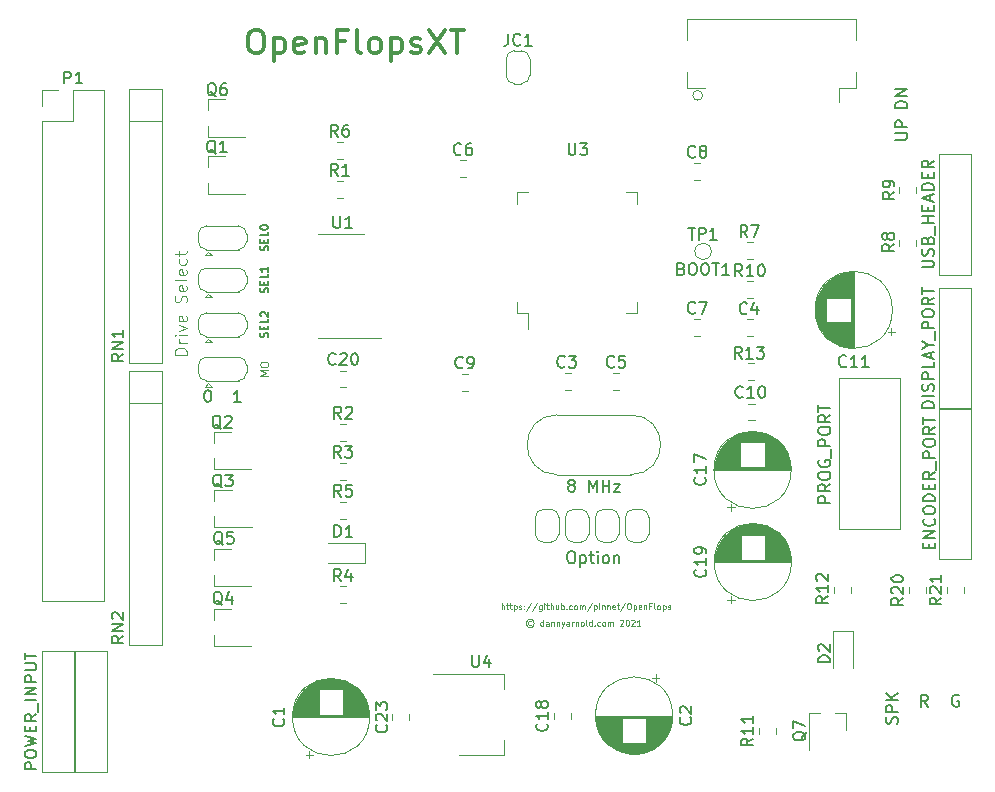
<source format=gbr>
%TF.GenerationSoftware,KiCad,Pcbnew,(5.99.0-11626-g43523df843)*%
%TF.CreationDate,2021-08-18T09:38:13+01:00*%
%TF.ProjectId,OpenFlopsXT_V0.1,4f70656e-466c-46f7-9073-58545f56302e,rev?*%
%TF.SameCoordinates,Original*%
%TF.FileFunction,Legend,Top*%
%TF.FilePolarity,Positive*%
%FSLAX46Y46*%
G04 Gerber Fmt 4.6, Leading zero omitted, Abs format (unit mm)*
G04 Created by KiCad (PCBNEW (5.99.0-11626-g43523df843)) date 2021-08-18 09:38:13*
%MOMM*%
%LPD*%
G01*
G04 APERTURE LIST*
%ADD10C,0.125000*%
%ADD11C,0.150000*%
%ADD12C,0.300000*%
%ADD13C,0.120000*%
G04 APERTURE END LIST*
D10*
X120297333Y-129250238D02*
X120249714Y-129226428D01*
X120154476Y-129226428D01*
X120106857Y-129250238D01*
X120059238Y-129297857D01*
X120035428Y-129345476D01*
X120035428Y-129440714D01*
X120059238Y-129488333D01*
X120106857Y-129535952D01*
X120154476Y-129559761D01*
X120249714Y-129559761D01*
X120297333Y-129535952D01*
X120202095Y-129059761D02*
X120083047Y-129083571D01*
X119964000Y-129155000D01*
X119892571Y-129274047D01*
X119868761Y-129393095D01*
X119892571Y-129512142D01*
X119964000Y-129631190D01*
X120083047Y-129702619D01*
X120202095Y-129726428D01*
X120321142Y-129702619D01*
X120440190Y-129631190D01*
X120511619Y-129512142D01*
X120535428Y-129393095D01*
X120511619Y-129274047D01*
X120440190Y-129155000D01*
X120321142Y-129083571D01*
X120202095Y-129059761D01*
X121344952Y-129631190D02*
X121344952Y-129131190D01*
X121344952Y-129607380D02*
X121297333Y-129631190D01*
X121202095Y-129631190D01*
X121154476Y-129607380D01*
X121130666Y-129583571D01*
X121106857Y-129535952D01*
X121106857Y-129393095D01*
X121130666Y-129345476D01*
X121154476Y-129321666D01*
X121202095Y-129297857D01*
X121297333Y-129297857D01*
X121344952Y-129321666D01*
X121797333Y-129631190D02*
X121797333Y-129369285D01*
X121773523Y-129321666D01*
X121725904Y-129297857D01*
X121630666Y-129297857D01*
X121583047Y-129321666D01*
X121797333Y-129607380D02*
X121749714Y-129631190D01*
X121630666Y-129631190D01*
X121583047Y-129607380D01*
X121559238Y-129559761D01*
X121559238Y-129512142D01*
X121583047Y-129464523D01*
X121630666Y-129440714D01*
X121749714Y-129440714D01*
X121797333Y-129416904D01*
X122035428Y-129297857D02*
X122035428Y-129631190D01*
X122035428Y-129345476D02*
X122059238Y-129321666D01*
X122106857Y-129297857D01*
X122178285Y-129297857D01*
X122225904Y-129321666D01*
X122249714Y-129369285D01*
X122249714Y-129631190D01*
X122487809Y-129297857D02*
X122487809Y-129631190D01*
X122487809Y-129345476D02*
X122511619Y-129321666D01*
X122559238Y-129297857D01*
X122630666Y-129297857D01*
X122678285Y-129321666D01*
X122702095Y-129369285D01*
X122702095Y-129631190D01*
X122892571Y-129297857D02*
X123011619Y-129631190D01*
X123130666Y-129297857D02*
X123011619Y-129631190D01*
X122964000Y-129750238D01*
X122940190Y-129774047D01*
X122892571Y-129797857D01*
X123535428Y-129631190D02*
X123535428Y-129369285D01*
X123511619Y-129321666D01*
X123464000Y-129297857D01*
X123368761Y-129297857D01*
X123321142Y-129321666D01*
X123535428Y-129607380D02*
X123487809Y-129631190D01*
X123368761Y-129631190D01*
X123321142Y-129607380D01*
X123297333Y-129559761D01*
X123297333Y-129512142D01*
X123321142Y-129464523D01*
X123368761Y-129440714D01*
X123487809Y-129440714D01*
X123535428Y-129416904D01*
X123773523Y-129631190D02*
X123773523Y-129297857D01*
X123773523Y-129393095D02*
X123797333Y-129345476D01*
X123821142Y-129321666D01*
X123868761Y-129297857D01*
X123916380Y-129297857D01*
X124083047Y-129297857D02*
X124083047Y-129631190D01*
X124083047Y-129345476D02*
X124106857Y-129321666D01*
X124154476Y-129297857D01*
X124225904Y-129297857D01*
X124273523Y-129321666D01*
X124297333Y-129369285D01*
X124297333Y-129631190D01*
X124606857Y-129631190D02*
X124559238Y-129607380D01*
X124535428Y-129583571D01*
X124511619Y-129535952D01*
X124511619Y-129393095D01*
X124535428Y-129345476D01*
X124559238Y-129321666D01*
X124606857Y-129297857D01*
X124678285Y-129297857D01*
X124725904Y-129321666D01*
X124749714Y-129345476D01*
X124773523Y-129393095D01*
X124773523Y-129535952D01*
X124749714Y-129583571D01*
X124725904Y-129607380D01*
X124678285Y-129631190D01*
X124606857Y-129631190D01*
X125059238Y-129631190D02*
X125011619Y-129607380D01*
X124987809Y-129559761D01*
X124987809Y-129131190D01*
X125464000Y-129631190D02*
X125464000Y-129131190D01*
X125464000Y-129607380D02*
X125416380Y-129631190D01*
X125321142Y-129631190D01*
X125273523Y-129607380D01*
X125249714Y-129583571D01*
X125225904Y-129535952D01*
X125225904Y-129393095D01*
X125249714Y-129345476D01*
X125273523Y-129321666D01*
X125321142Y-129297857D01*
X125416380Y-129297857D01*
X125464000Y-129321666D01*
X125702095Y-129583571D02*
X125725904Y-129607380D01*
X125702095Y-129631190D01*
X125678285Y-129607380D01*
X125702095Y-129583571D01*
X125702095Y-129631190D01*
X126154476Y-129607380D02*
X126106857Y-129631190D01*
X126011619Y-129631190D01*
X125964000Y-129607380D01*
X125940190Y-129583571D01*
X125916380Y-129535952D01*
X125916380Y-129393095D01*
X125940190Y-129345476D01*
X125964000Y-129321666D01*
X126011619Y-129297857D01*
X126106857Y-129297857D01*
X126154476Y-129321666D01*
X126440190Y-129631190D02*
X126392571Y-129607380D01*
X126368761Y-129583571D01*
X126344952Y-129535952D01*
X126344952Y-129393095D01*
X126368761Y-129345476D01*
X126392571Y-129321666D01*
X126440190Y-129297857D01*
X126511619Y-129297857D01*
X126559238Y-129321666D01*
X126583047Y-129345476D01*
X126606857Y-129393095D01*
X126606857Y-129535952D01*
X126583047Y-129583571D01*
X126559238Y-129607380D01*
X126511619Y-129631190D01*
X126440190Y-129631190D01*
X126821142Y-129631190D02*
X126821142Y-129297857D01*
X126821142Y-129345476D02*
X126844952Y-129321666D01*
X126892571Y-129297857D01*
X126964000Y-129297857D01*
X127011619Y-129321666D01*
X127035428Y-129369285D01*
X127035428Y-129631190D01*
X127035428Y-129369285D02*
X127059238Y-129321666D01*
X127106857Y-129297857D01*
X127178285Y-129297857D01*
X127225904Y-129321666D01*
X127249714Y-129369285D01*
X127249714Y-129631190D01*
X127844952Y-129178809D02*
X127868761Y-129155000D01*
X127916380Y-129131190D01*
X128035428Y-129131190D01*
X128083047Y-129155000D01*
X128106857Y-129178809D01*
X128130666Y-129226428D01*
X128130666Y-129274047D01*
X128106857Y-129345476D01*
X127821142Y-129631190D01*
X128130666Y-129631190D01*
X128440190Y-129131190D02*
X128487809Y-129131190D01*
X128535428Y-129155000D01*
X128559238Y-129178809D01*
X128583047Y-129226428D01*
X128606857Y-129321666D01*
X128606857Y-129440714D01*
X128583047Y-129535952D01*
X128559238Y-129583571D01*
X128535428Y-129607380D01*
X128487809Y-129631190D01*
X128440190Y-129631190D01*
X128392571Y-129607380D01*
X128368761Y-129583571D01*
X128344952Y-129535952D01*
X128321142Y-129440714D01*
X128321142Y-129321666D01*
X128344952Y-129226428D01*
X128368761Y-129178809D01*
X128392571Y-129155000D01*
X128440190Y-129131190D01*
X128797333Y-129178809D02*
X128821142Y-129155000D01*
X128868761Y-129131190D01*
X128987809Y-129131190D01*
X129035428Y-129155000D01*
X129059238Y-129178809D01*
X129083047Y-129226428D01*
X129083047Y-129274047D01*
X129059238Y-129345476D01*
X128773523Y-129631190D01*
X129083047Y-129631190D01*
X129559238Y-129631190D02*
X129273523Y-129631190D01*
X129416380Y-129631190D02*
X129416380Y-129131190D01*
X129368761Y-129202619D01*
X129321142Y-129250238D01*
X129273523Y-129274047D01*
X117819047Y-128231190D02*
X117819047Y-127731190D01*
X118033333Y-128231190D02*
X118033333Y-127969285D01*
X118009523Y-127921666D01*
X117961904Y-127897857D01*
X117890476Y-127897857D01*
X117842857Y-127921666D01*
X117819047Y-127945476D01*
X118200000Y-127897857D02*
X118390476Y-127897857D01*
X118271428Y-127731190D02*
X118271428Y-128159761D01*
X118295238Y-128207380D01*
X118342857Y-128231190D01*
X118390476Y-128231190D01*
X118485714Y-127897857D02*
X118676190Y-127897857D01*
X118557142Y-127731190D02*
X118557142Y-128159761D01*
X118580952Y-128207380D01*
X118628571Y-128231190D01*
X118676190Y-128231190D01*
X118842857Y-127897857D02*
X118842857Y-128397857D01*
X118842857Y-127921666D02*
X118890476Y-127897857D01*
X118985714Y-127897857D01*
X119033333Y-127921666D01*
X119057142Y-127945476D01*
X119080952Y-127993095D01*
X119080952Y-128135952D01*
X119057142Y-128183571D01*
X119033333Y-128207380D01*
X118985714Y-128231190D01*
X118890476Y-128231190D01*
X118842857Y-128207380D01*
X119271428Y-128207380D02*
X119319047Y-128231190D01*
X119414285Y-128231190D01*
X119461904Y-128207380D01*
X119485714Y-128159761D01*
X119485714Y-128135952D01*
X119461904Y-128088333D01*
X119414285Y-128064523D01*
X119342857Y-128064523D01*
X119295238Y-128040714D01*
X119271428Y-127993095D01*
X119271428Y-127969285D01*
X119295238Y-127921666D01*
X119342857Y-127897857D01*
X119414285Y-127897857D01*
X119461904Y-127921666D01*
X119700000Y-128183571D02*
X119723809Y-128207380D01*
X119700000Y-128231190D01*
X119676190Y-128207380D01*
X119700000Y-128183571D01*
X119700000Y-128231190D01*
X119700000Y-127921666D02*
X119723809Y-127945476D01*
X119700000Y-127969285D01*
X119676190Y-127945476D01*
X119700000Y-127921666D01*
X119700000Y-127969285D01*
X120295238Y-127707380D02*
X119866666Y-128350238D01*
X120819047Y-127707380D02*
X120390476Y-128350238D01*
X121200000Y-127897857D02*
X121200000Y-128302619D01*
X121176190Y-128350238D01*
X121152380Y-128374047D01*
X121104761Y-128397857D01*
X121033333Y-128397857D01*
X120985714Y-128374047D01*
X121200000Y-128207380D02*
X121152380Y-128231190D01*
X121057142Y-128231190D01*
X121009523Y-128207380D01*
X120985714Y-128183571D01*
X120961904Y-128135952D01*
X120961904Y-127993095D01*
X120985714Y-127945476D01*
X121009523Y-127921666D01*
X121057142Y-127897857D01*
X121152380Y-127897857D01*
X121200000Y-127921666D01*
X121438095Y-128231190D02*
X121438095Y-127897857D01*
X121438095Y-127731190D02*
X121414285Y-127755000D01*
X121438095Y-127778809D01*
X121461904Y-127755000D01*
X121438095Y-127731190D01*
X121438095Y-127778809D01*
X121604761Y-127897857D02*
X121795238Y-127897857D01*
X121676190Y-127731190D02*
X121676190Y-128159761D01*
X121700000Y-128207380D01*
X121747619Y-128231190D01*
X121795238Y-128231190D01*
X121961904Y-128231190D02*
X121961904Y-127731190D01*
X122176190Y-128231190D02*
X122176190Y-127969285D01*
X122152380Y-127921666D01*
X122104761Y-127897857D01*
X122033333Y-127897857D01*
X121985714Y-127921666D01*
X121961904Y-127945476D01*
X122628571Y-127897857D02*
X122628571Y-128231190D01*
X122414285Y-127897857D02*
X122414285Y-128159761D01*
X122438095Y-128207380D01*
X122485714Y-128231190D01*
X122557142Y-128231190D01*
X122604761Y-128207380D01*
X122628571Y-128183571D01*
X122866666Y-128231190D02*
X122866666Y-127731190D01*
X122866666Y-127921666D02*
X122914285Y-127897857D01*
X123009523Y-127897857D01*
X123057142Y-127921666D01*
X123080952Y-127945476D01*
X123104761Y-127993095D01*
X123104761Y-128135952D01*
X123080952Y-128183571D01*
X123057142Y-128207380D01*
X123009523Y-128231190D01*
X122914285Y-128231190D01*
X122866666Y-128207380D01*
X123319047Y-128183571D02*
X123342857Y-128207380D01*
X123319047Y-128231190D01*
X123295238Y-128207380D01*
X123319047Y-128183571D01*
X123319047Y-128231190D01*
X123771428Y-128207380D02*
X123723809Y-128231190D01*
X123628571Y-128231190D01*
X123580952Y-128207380D01*
X123557142Y-128183571D01*
X123533333Y-128135952D01*
X123533333Y-127993095D01*
X123557142Y-127945476D01*
X123580952Y-127921666D01*
X123628571Y-127897857D01*
X123723809Y-127897857D01*
X123771428Y-127921666D01*
X124057142Y-128231190D02*
X124009523Y-128207380D01*
X123985714Y-128183571D01*
X123961904Y-128135952D01*
X123961904Y-127993095D01*
X123985714Y-127945476D01*
X124009523Y-127921666D01*
X124057142Y-127897857D01*
X124128571Y-127897857D01*
X124176190Y-127921666D01*
X124200000Y-127945476D01*
X124223809Y-127993095D01*
X124223809Y-128135952D01*
X124200000Y-128183571D01*
X124176190Y-128207380D01*
X124128571Y-128231190D01*
X124057142Y-128231190D01*
X124438095Y-128231190D02*
X124438095Y-127897857D01*
X124438095Y-127945476D02*
X124461904Y-127921666D01*
X124509523Y-127897857D01*
X124580952Y-127897857D01*
X124628571Y-127921666D01*
X124652380Y-127969285D01*
X124652380Y-128231190D01*
X124652380Y-127969285D02*
X124676190Y-127921666D01*
X124723809Y-127897857D01*
X124795238Y-127897857D01*
X124842857Y-127921666D01*
X124866666Y-127969285D01*
X124866666Y-128231190D01*
X125461904Y-127707380D02*
X125033333Y-128350238D01*
X125628571Y-127897857D02*
X125628571Y-128397857D01*
X125628571Y-127921666D02*
X125676190Y-127897857D01*
X125771428Y-127897857D01*
X125819047Y-127921666D01*
X125842857Y-127945476D01*
X125866666Y-127993095D01*
X125866666Y-128135952D01*
X125842857Y-128183571D01*
X125819047Y-128207380D01*
X125771428Y-128231190D01*
X125676190Y-128231190D01*
X125628571Y-128207380D01*
X126080952Y-128231190D02*
X126080952Y-127897857D01*
X126080952Y-127731190D02*
X126057142Y-127755000D01*
X126080952Y-127778809D01*
X126104761Y-127755000D01*
X126080952Y-127731190D01*
X126080952Y-127778809D01*
X126319047Y-127897857D02*
X126319047Y-128231190D01*
X126319047Y-127945476D02*
X126342857Y-127921666D01*
X126390476Y-127897857D01*
X126461904Y-127897857D01*
X126509523Y-127921666D01*
X126533333Y-127969285D01*
X126533333Y-128231190D01*
X126771428Y-127897857D02*
X126771428Y-128231190D01*
X126771428Y-127945476D02*
X126795238Y-127921666D01*
X126842857Y-127897857D01*
X126914285Y-127897857D01*
X126961904Y-127921666D01*
X126985714Y-127969285D01*
X126985714Y-128231190D01*
X127414285Y-128207380D02*
X127366666Y-128231190D01*
X127271428Y-128231190D01*
X127223809Y-128207380D01*
X127200000Y-128159761D01*
X127200000Y-127969285D01*
X127223809Y-127921666D01*
X127271428Y-127897857D01*
X127366666Y-127897857D01*
X127414285Y-127921666D01*
X127438095Y-127969285D01*
X127438095Y-128016904D01*
X127200000Y-128064523D01*
X127580952Y-127897857D02*
X127771428Y-127897857D01*
X127652380Y-127731190D02*
X127652380Y-128159761D01*
X127676190Y-128207380D01*
X127723809Y-128231190D01*
X127771428Y-128231190D01*
X128295238Y-127707380D02*
X127866666Y-128350238D01*
X128557142Y-127731190D02*
X128652380Y-127731190D01*
X128700000Y-127755000D01*
X128747619Y-127802619D01*
X128771428Y-127897857D01*
X128771428Y-128064523D01*
X128747619Y-128159761D01*
X128700000Y-128207380D01*
X128652380Y-128231190D01*
X128557142Y-128231190D01*
X128509523Y-128207380D01*
X128461904Y-128159761D01*
X128438095Y-128064523D01*
X128438095Y-127897857D01*
X128461904Y-127802619D01*
X128509523Y-127755000D01*
X128557142Y-127731190D01*
X128985714Y-127897857D02*
X128985714Y-128397857D01*
X128985714Y-127921666D02*
X129033333Y-127897857D01*
X129128571Y-127897857D01*
X129176190Y-127921666D01*
X129200000Y-127945476D01*
X129223809Y-127993095D01*
X129223809Y-128135952D01*
X129200000Y-128183571D01*
X129176190Y-128207380D01*
X129128571Y-128231190D01*
X129033333Y-128231190D01*
X128985714Y-128207380D01*
X129628571Y-128207380D02*
X129580952Y-128231190D01*
X129485714Y-128231190D01*
X129438095Y-128207380D01*
X129414285Y-128159761D01*
X129414285Y-127969285D01*
X129438095Y-127921666D01*
X129485714Y-127897857D01*
X129580952Y-127897857D01*
X129628571Y-127921666D01*
X129652380Y-127969285D01*
X129652380Y-128016904D01*
X129414285Y-128064523D01*
X129866666Y-127897857D02*
X129866666Y-128231190D01*
X129866666Y-127945476D02*
X129890476Y-127921666D01*
X129938095Y-127897857D01*
X130009523Y-127897857D01*
X130057142Y-127921666D01*
X130080952Y-127969285D01*
X130080952Y-128231190D01*
X130485714Y-127969285D02*
X130319047Y-127969285D01*
X130319047Y-128231190D02*
X130319047Y-127731190D01*
X130557142Y-127731190D01*
X130819047Y-128231190D02*
X130771428Y-128207380D01*
X130747619Y-128159761D01*
X130747619Y-127731190D01*
X131080952Y-128231190D02*
X131033333Y-128207380D01*
X131009523Y-128183571D01*
X130985714Y-128135952D01*
X130985714Y-127993095D01*
X131009523Y-127945476D01*
X131033333Y-127921666D01*
X131080952Y-127897857D01*
X131152380Y-127897857D01*
X131200000Y-127921666D01*
X131223809Y-127945476D01*
X131247619Y-127993095D01*
X131247619Y-128135952D01*
X131223809Y-128183571D01*
X131200000Y-128207380D01*
X131152380Y-128231190D01*
X131080952Y-128231190D01*
X131461904Y-127897857D02*
X131461904Y-128397857D01*
X131461904Y-127921666D02*
X131509523Y-127897857D01*
X131604761Y-127897857D01*
X131652380Y-127921666D01*
X131676190Y-127945476D01*
X131700000Y-127993095D01*
X131700000Y-128135952D01*
X131676190Y-128183571D01*
X131652380Y-128207380D01*
X131604761Y-128231190D01*
X131509523Y-128231190D01*
X131461904Y-128207380D01*
X131890476Y-128207380D02*
X131938095Y-128231190D01*
X132033333Y-128231190D01*
X132080952Y-128207380D01*
X132104761Y-128159761D01*
X132104761Y-128135952D01*
X132080952Y-128088333D01*
X132033333Y-128064523D01*
X131961904Y-128064523D01*
X131914285Y-128040714D01*
X131890476Y-127993095D01*
X131890476Y-127969285D01*
X131914285Y-127921666D01*
X131961904Y-127897857D01*
X132033333Y-127897857D01*
X132080952Y-127921666D01*
D11*
X123626809Y-123328180D02*
X123817285Y-123328180D01*
X123912523Y-123375800D01*
X124007761Y-123471038D01*
X124055380Y-123661514D01*
X124055380Y-123994847D01*
X124007761Y-124185323D01*
X123912523Y-124280561D01*
X123817285Y-124328180D01*
X123626809Y-124328180D01*
X123531571Y-124280561D01*
X123436333Y-124185323D01*
X123388714Y-123994847D01*
X123388714Y-123661514D01*
X123436333Y-123471038D01*
X123531571Y-123375800D01*
X123626809Y-123328180D01*
X124483952Y-123661514D02*
X124483952Y-124661514D01*
X124483952Y-123709133D02*
X124579190Y-123661514D01*
X124769666Y-123661514D01*
X124864904Y-123709133D01*
X124912523Y-123756752D01*
X124960142Y-123851990D01*
X124960142Y-124137704D01*
X124912523Y-124232942D01*
X124864904Y-124280561D01*
X124769666Y-124328180D01*
X124579190Y-124328180D01*
X124483952Y-124280561D01*
X125245857Y-123661514D02*
X125626809Y-123661514D01*
X125388714Y-123328180D02*
X125388714Y-124185323D01*
X125436333Y-124280561D01*
X125531571Y-124328180D01*
X125626809Y-124328180D01*
X125960142Y-124328180D02*
X125960142Y-123661514D01*
X125960142Y-123328180D02*
X125912523Y-123375800D01*
X125960142Y-123423419D01*
X126007761Y-123375800D01*
X125960142Y-123328180D01*
X125960142Y-123423419D01*
X126579190Y-124328180D02*
X126483952Y-124280561D01*
X126436333Y-124232942D01*
X126388714Y-124137704D01*
X126388714Y-123851990D01*
X126436333Y-123756752D01*
X126483952Y-123709133D01*
X126579190Y-123661514D01*
X126722047Y-123661514D01*
X126817285Y-123709133D01*
X126864904Y-123756752D01*
X126912523Y-123851990D01*
X126912523Y-124137704D01*
X126864904Y-124232942D01*
X126817285Y-124280561D01*
X126722047Y-124328180D01*
X126579190Y-124328180D01*
X127341095Y-123661514D02*
X127341095Y-124328180D01*
X127341095Y-123756752D02*
X127388714Y-123709133D01*
X127483952Y-123661514D01*
X127626809Y-123661514D01*
X127722047Y-123709133D01*
X127769666Y-123804371D01*
X127769666Y-124328180D01*
X95738914Y-110688380D02*
X95167485Y-110688380D01*
X95453200Y-110688380D02*
X95453200Y-109688380D01*
X95357961Y-109831238D01*
X95262723Y-109926476D01*
X95167485Y-109974095D01*
X92890980Y-109688380D02*
X92986219Y-109688380D01*
X93081457Y-109736000D01*
X93129076Y-109783619D01*
X93176695Y-109878857D01*
X93224314Y-110069333D01*
X93224314Y-110307428D01*
X93176695Y-110497904D01*
X93129076Y-110593142D01*
X93081457Y-110640761D01*
X92986219Y-110688380D01*
X92890980Y-110688380D01*
X92795742Y-110640761D01*
X92748123Y-110593142D01*
X92700504Y-110497904D01*
X92652885Y-110307428D01*
X92652885Y-110069333D01*
X92700504Y-109878857D01*
X92748123Y-109783619D01*
X92795742Y-109736000D01*
X92890980Y-109688380D01*
D12*
X96838571Y-79168761D02*
X97219523Y-79168761D01*
X97410000Y-79264000D01*
X97600476Y-79454476D01*
X97695714Y-79835428D01*
X97695714Y-80502095D01*
X97600476Y-80883047D01*
X97410000Y-81073523D01*
X97219523Y-81168761D01*
X96838571Y-81168761D01*
X96648095Y-81073523D01*
X96457619Y-80883047D01*
X96362380Y-80502095D01*
X96362380Y-79835428D01*
X96457619Y-79454476D01*
X96648095Y-79264000D01*
X96838571Y-79168761D01*
X98552857Y-79835428D02*
X98552857Y-81835428D01*
X98552857Y-79930666D02*
X98743333Y-79835428D01*
X99124285Y-79835428D01*
X99314761Y-79930666D01*
X99410000Y-80025904D01*
X99505238Y-80216380D01*
X99505238Y-80787809D01*
X99410000Y-80978285D01*
X99314761Y-81073523D01*
X99124285Y-81168761D01*
X98743333Y-81168761D01*
X98552857Y-81073523D01*
X101124285Y-81073523D02*
X100933809Y-81168761D01*
X100552857Y-81168761D01*
X100362380Y-81073523D01*
X100267142Y-80883047D01*
X100267142Y-80121142D01*
X100362380Y-79930666D01*
X100552857Y-79835428D01*
X100933809Y-79835428D01*
X101124285Y-79930666D01*
X101219523Y-80121142D01*
X101219523Y-80311619D01*
X100267142Y-80502095D01*
X102076666Y-79835428D02*
X102076666Y-81168761D01*
X102076666Y-80025904D02*
X102171904Y-79930666D01*
X102362380Y-79835428D01*
X102648095Y-79835428D01*
X102838571Y-79930666D01*
X102933809Y-80121142D01*
X102933809Y-81168761D01*
X104552857Y-80121142D02*
X103886190Y-80121142D01*
X103886190Y-81168761D02*
X103886190Y-79168761D01*
X104838571Y-79168761D01*
X105886190Y-81168761D02*
X105695714Y-81073523D01*
X105600476Y-80883047D01*
X105600476Y-79168761D01*
X106933809Y-81168761D02*
X106743333Y-81073523D01*
X106648095Y-80978285D01*
X106552857Y-80787809D01*
X106552857Y-80216380D01*
X106648095Y-80025904D01*
X106743333Y-79930666D01*
X106933809Y-79835428D01*
X107219523Y-79835428D01*
X107410000Y-79930666D01*
X107505238Y-80025904D01*
X107600476Y-80216380D01*
X107600476Y-80787809D01*
X107505238Y-80978285D01*
X107410000Y-81073523D01*
X107219523Y-81168761D01*
X106933809Y-81168761D01*
X108457619Y-79835428D02*
X108457619Y-81835428D01*
X108457619Y-79930666D02*
X108648095Y-79835428D01*
X109029047Y-79835428D01*
X109219523Y-79930666D01*
X109314761Y-80025904D01*
X109410000Y-80216380D01*
X109410000Y-80787809D01*
X109314761Y-80978285D01*
X109219523Y-81073523D01*
X109029047Y-81168761D01*
X108648095Y-81168761D01*
X108457619Y-81073523D01*
X110171904Y-81073523D02*
X110362380Y-81168761D01*
X110743333Y-81168761D01*
X110933809Y-81073523D01*
X111029047Y-80883047D01*
X111029047Y-80787809D01*
X110933809Y-80597333D01*
X110743333Y-80502095D01*
X110457619Y-80502095D01*
X110267142Y-80406857D01*
X110171904Y-80216380D01*
X110171904Y-80121142D01*
X110267142Y-79930666D01*
X110457619Y-79835428D01*
X110743333Y-79835428D01*
X110933809Y-79930666D01*
X111695714Y-79168761D02*
X113029047Y-81168761D01*
X113029047Y-79168761D02*
X111695714Y-81168761D01*
X113505238Y-79168761D02*
X114648095Y-79168761D01*
X114076666Y-81168761D02*
X114076666Y-79168761D01*
D10*
X91155780Y-106671523D02*
X90155780Y-106671523D01*
X90155780Y-106433428D01*
X90203400Y-106290571D01*
X90298638Y-106195333D01*
X90393876Y-106147714D01*
X90584352Y-106100095D01*
X90727209Y-106100095D01*
X90917685Y-106147714D01*
X91012923Y-106195333D01*
X91108161Y-106290571D01*
X91155780Y-106433428D01*
X91155780Y-106671523D01*
X91155780Y-105671523D02*
X90489114Y-105671523D01*
X90679590Y-105671523D02*
X90584352Y-105623904D01*
X90536733Y-105576285D01*
X90489114Y-105481047D01*
X90489114Y-105385809D01*
X91155780Y-105052476D02*
X90489114Y-105052476D01*
X90155780Y-105052476D02*
X90203400Y-105100095D01*
X90251019Y-105052476D01*
X90203400Y-105004857D01*
X90155780Y-105052476D01*
X90251019Y-105052476D01*
X90489114Y-104671523D02*
X91155780Y-104433428D01*
X90489114Y-104195333D01*
X91108161Y-103433428D02*
X91155780Y-103528666D01*
X91155780Y-103719142D01*
X91108161Y-103814380D01*
X91012923Y-103862000D01*
X90631971Y-103862000D01*
X90536733Y-103814380D01*
X90489114Y-103719142D01*
X90489114Y-103528666D01*
X90536733Y-103433428D01*
X90631971Y-103385809D01*
X90727209Y-103385809D01*
X90822447Y-103862000D01*
X91108161Y-102242952D02*
X91155780Y-102100095D01*
X91155780Y-101862000D01*
X91108161Y-101766761D01*
X91060542Y-101719142D01*
X90965304Y-101671523D01*
X90870066Y-101671523D01*
X90774828Y-101719142D01*
X90727209Y-101766761D01*
X90679590Y-101862000D01*
X90631971Y-102052476D01*
X90584352Y-102147714D01*
X90536733Y-102195333D01*
X90441495Y-102242952D01*
X90346257Y-102242952D01*
X90251019Y-102195333D01*
X90203400Y-102147714D01*
X90155780Y-102052476D01*
X90155780Y-101814380D01*
X90203400Y-101671523D01*
X91108161Y-100862000D02*
X91155780Y-100957238D01*
X91155780Y-101147714D01*
X91108161Y-101242952D01*
X91012923Y-101290571D01*
X90631971Y-101290571D01*
X90536733Y-101242952D01*
X90489114Y-101147714D01*
X90489114Y-100957238D01*
X90536733Y-100862000D01*
X90631971Y-100814380D01*
X90727209Y-100814380D01*
X90822447Y-101290571D01*
X91155780Y-100242952D02*
X91108161Y-100338190D01*
X91012923Y-100385809D01*
X90155780Y-100385809D01*
X91108161Y-99481047D02*
X91155780Y-99576285D01*
X91155780Y-99766761D01*
X91108161Y-99862000D01*
X91012923Y-99909619D01*
X90631971Y-99909619D01*
X90536733Y-99862000D01*
X90489114Y-99766761D01*
X90489114Y-99576285D01*
X90536733Y-99481047D01*
X90631971Y-99433428D01*
X90727209Y-99433428D01*
X90822447Y-99909619D01*
X91108161Y-98576285D02*
X91155780Y-98671523D01*
X91155780Y-98862000D01*
X91108161Y-98957238D01*
X91060542Y-99004857D01*
X90965304Y-99052476D01*
X90679590Y-99052476D01*
X90584352Y-99004857D01*
X90536733Y-98957238D01*
X90489114Y-98862000D01*
X90489114Y-98671523D01*
X90536733Y-98576285D01*
X90489114Y-98290571D02*
X90489114Y-97909619D01*
X90155780Y-98147714D02*
X91012923Y-98147714D01*
X91108161Y-98100095D01*
X91155780Y-98004857D01*
X91155780Y-97909619D01*
D11*
%TO.C,U1*%
X103581295Y-94930980D02*
X103581295Y-95740504D01*
X103628914Y-95835742D01*
X103676533Y-95883361D01*
X103771771Y-95930980D01*
X103962247Y-95930980D01*
X104057485Y-95883361D01*
X104105104Y-95835742D01*
X104152723Y-95740504D01*
X104152723Y-94930980D01*
X105152723Y-95930980D02*
X104581295Y-95930980D01*
X104867009Y-95930980D02*
X104867009Y-94930980D01*
X104771771Y-95073838D01*
X104676533Y-95169076D01*
X104581295Y-95216695D01*
%TO.C,R11*%
X139111980Y-139174457D02*
X138635790Y-139507790D01*
X139111980Y-139745885D02*
X138111980Y-139745885D01*
X138111980Y-139364933D01*
X138159600Y-139269695D01*
X138207219Y-139222076D01*
X138302457Y-139174457D01*
X138445314Y-139174457D01*
X138540552Y-139222076D01*
X138588171Y-139269695D01*
X138635790Y-139364933D01*
X138635790Y-139745885D01*
X139111980Y-138222076D02*
X139111980Y-138793504D01*
X139111980Y-138507790D02*
X138111980Y-138507790D01*
X138254838Y-138603028D01*
X138350076Y-138698266D01*
X138397695Y-138793504D01*
X139111980Y-137269695D02*
X139111980Y-137841123D01*
X139111980Y-137555409D02*
X138111980Y-137555409D01*
X138254838Y-137650647D01*
X138350076Y-137745885D01*
X138397695Y-137841123D01*
%TO.C,C7*%
X134199333Y-103101142D02*
X134151714Y-103148761D01*
X134008857Y-103196380D01*
X133913619Y-103196380D01*
X133770761Y-103148761D01*
X133675523Y-103053523D01*
X133627904Y-102958285D01*
X133580285Y-102767809D01*
X133580285Y-102624952D01*
X133627904Y-102434476D01*
X133675523Y-102339238D01*
X133770761Y-102244000D01*
X133913619Y-102196380D01*
X134008857Y-102196380D01*
X134151714Y-102244000D01*
X134199333Y-102291619D01*
X134532666Y-102196380D02*
X135199333Y-102196380D01*
X134770761Y-103196380D01*
%TO.C,R9*%
X151077580Y-92896666D02*
X150601390Y-93230000D01*
X151077580Y-93468095D02*
X150077580Y-93468095D01*
X150077580Y-93087142D01*
X150125200Y-92991904D01*
X150172819Y-92944285D01*
X150268057Y-92896666D01*
X150410914Y-92896666D01*
X150506152Y-92944285D01*
X150553771Y-92991904D01*
X150601390Y-93087142D01*
X150601390Y-93468095D01*
X151077580Y-92420476D02*
X151077580Y-92230000D01*
X151029961Y-92134761D01*
X150982342Y-92087142D01*
X150839485Y-91991904D01*
X150649009Y-91944285D01*
X150268057Y-91944285D01*
X150172819Y-91991904D01*
X150125200Y-92039523D01*
X150077580Y-92134761D01*
X150077580Y-92325238D01*
X150125200Y-92420476D01*
X150172819Y-92468095D01*
X150268057Y-92515714D01*
X150506152Y-92515714D01*
X150601390Y-92468095D01*
X150649009Y-92420476D01*
X150696628Y-92325238D01*
X150696628Y-92134761D01*
X150649009Y-92039523D01*
X150601390Y-91991904D01*
X150506152Y-91944285D01*
%TO.C,R20*%
X151825980Y-127272857D02*
X151349790Y-127606190D01*
X151825980Y-127844285D02*
X150825980Y-127844285D01*
X150825980Y-127463333D01*
X150873600Y-127368095D01*
X150921219Y-127320476D01*
X151016457Y-127272857D01*
X151159314Y-127272857D01*
X151254552Y-127320476D01*
X151302171Y-127368095D01*
X151349790Y-127463333D01*
X151349790Y-127844285D01*
X150921219Y-126891904D02*
X150873600Y-126844285D01*
X150825980Y-126749047D01*
X150825980Y-126510952D01*
X150873600Y-126415714D01*
X150921219Y-126368095D01*
X151016457Y-126320476D01*
X151111695Y-126320476D01*
X151254552Y-126368095D01*
X151825980Y-126939523D01*
X151825980Y-126320476D01*
X150825980Y-125701428D02*
X150825980Y-125606190D01*
X150873600Y-125510952D01*
X150921219Y-125463333D01*
X151016457Y-125415714D01*
X151206933Y-125368095D01*
X151445028Y-125368095D01*
X151635504Y-125415714D01*
X151730742Y-125463333D01*
X151778361Y-125510952D01*
X151825980Y-125606190D01*
X151825980Y-125701428D01*
X151778361Y-125796666D01*
X151730742Y-125844285D01*
X151635504Y-125891904D01*
X151445028Y-125939523D01*
X151206933Y-125939523D01*
X151016457Y-125891904D01*
X150921219Y-125844285D01*
X150873600Y-125796666D01*
X150825980Y-125701428D01*
%TO.C,P1*%
X80790904Y-83715380D02*
X80790904Y-82715380D01*
X81171857Y-82715380D01*
X81267095Y-82763000D01*
X81314714Y-82810619D01*
X81362333Y-82905857D01*
X81362333Y-83048714D01*
X81314714Y-83143952D01*
X81267095Y-83191571D01*
X81171857Y-83239190D01*
X80790904Y-83239190D01*
X82314714Y-83715380D02*
X81743285Y-83715380D01*
X82029000Y-83715380D02*
X82029000Y-82715380D01*
X81933761Y-82858238D01*
X81838523Y-82953476D01*
X81743285Y-83001095D01*
%TO.C,C18*%
X121630742Y-137922857D02*
X121678361Y-137970476D01*
X121725980Y-138113333D01*
X121725980Y-138208571D01*
X121678361Y-138351428D01*
X121583123Y-138446666D01*
X121487885Y-138494285D01*
X121297409Y-138541904D01*
X121154552Y-138541904D01*
X120964076Y-138494285D01*
X120868838Y-138446666D01*
X120773600Y-138351428D01*
X120725980Y-138208571D01*
X120725980Y-138113333D01*
X120773600Y-137970476D01*
X120821219Y-137922857D01*
X121725980Y-136970476D02*
X121725980Y-137541904D01*
X121725980Y-137256190D02*
X120725980Y-137256190D01*
X120868838Y-137351428D01*
X120964076Y-137446666D01*
X121011695Y-137541904D01*
X121154552Y-136399047D02*
X121106933Y-136494285D01*
X121059314Y-136541904D01*
X120964076Y-136589523D01*
X120916457Y-136589523D01*
X120821219Y-136541904D01*
X120773600Y-136494285D01*
X120725980Y-136399047D01*
X120725980Y-136208571D01*
X120773600Y-136113333D01*
X120821219Y-136065714D01*
X120916457Y-136018095D01*
X120964076Y-136018095D01*
X121059314Y-136065714D01*
X121106933Y-136113333D01*
X121154552Y-136208571D01*
X121154552Y-136399047D01*
X121202171Y-136494285D01*
X121249790Y-136541904D01*
X121345028Y-136589523D01*
X121535504Y-136589523D01*
X121630742Y-136541904D01*
X121678361Y-136494285D01*
X121725980Y-136399047D01*
X121725980Y-136208571D01*
X121678361Y-136113333D01*
X121630742Y-136065714D01*
X121535504Y-136018095D01*
X121345028Y-136018095D01*
X121249790Y-136065714D01*
X121202171Y-136113333D01*
X121154552Y-136208571D01*
%TO.C,Y1*%
X123653809Y-117705952D02*
X123558571Y-117658333D01*
X123510952Y-117610714D01*
X123463333Y-117515476D01*
X123463333Y-117467857D01*
X123510952Y-117372619D01*
X123558571Y-117325000D01*
X123653809Y-117277380D01*
X123844285Y-117277380D01*
X123939523Y-117325000D01*
X123987142Y-117372619D01*
X124034761Y-117467857D01*
X124034761Y-117515476D01*
X123987142Y-117610714D01*
X123939523Y-117658333D01*
X123844285Y-117705952D01*
X123653809Y-117705952D01*
X123558571Y-117753571D01*
X123510952Y-117801190D01*
X123463333Y-117896428D01*
X123463333Y-118086904D01*
X123510952Y-118182142D01*
X123558571Y-118229761D01*
X123653809Y-118277380D01*
X123844285Y-118277380D01*
X123939523Y-118229761D01*
X123987142Y-118182142D01*
X124034761Y-118086904D01*
X124034761Y-117896428D01*
X123987142Y-117801190D01*
X123939523Y-117753571D01*
X123844285Y-117705952D01*
X125225238Y-118277380D02*
X125225238Y-117277380D01*
X125558571Y-117991666D01*
X125891904Y-117277380D01*
X125891904Y-118277380D01*
X126368095Y-118277380D02*
X126368095Y-117277380D01*
X126368095Y-117753571D02*
X126939523Y-117753571D01*
X126939523Y-118277380D02*
X126939523Y-117277380D01*
X127320476Y-117610714D02*
X127844285Y-117610714D01*
X127320476Y-118277380D01*
X127844285Y-118277380D01*
%TO.C,RN2*%
X85796380Y-130484476D02*
X85320190Y-130817809D01*
X85796380Y-131055904D02*
X84796380Y-131055904D01*
X84796380Y-130674952D01*
X84844000Y-130579714D01*
X84891619Y-130532095D01*
X84986857Y-130484476D01*
X85129714Y-130484476D01*
X85224952Y-130532095D01*
X85272571Y-130579714D01*
X85320190Y-130674952D01*
X85320190Y-131055904D01*
X85796380Y-130055904D02*
X84796380Y-130055904D01*
X85796380Y-129484476D01*
X84796380Y-129484476D01*
X84891619Y-129055904D02*
X84844000Y-129008285D01*
X84796380Y-128913047D01*
X84796380Y-128674952D01*
X84844000Y-128579714D01*
X84891619Y-128532095D01*
X84986857Y-128484476D01*
X85082095Y-128484476D01*
X85224952Y-128532095D01*
X85796380Y-129103523D01*
X85796380Y-128484476D01*
%TO.C,R5*%
X104227333Y-118690380D02*
X103894000Y-118214190D01*
X103655904Y-118690380D02*
X103655904Y-117690380D01*
X104036857Y-117690380D01*
X104132095Y-117738000D01*
X104179714Y-117785619D01*
X104227333Y-117880857D01*
X104227333Y-118023714D01*
X104179714Y-118118952D01*
X104132095Y-118166571D01*
X104036857Y-118214190D01*
X103655904Y-118214190D01*
X105132095Y-117690380D02*
X104655904Y-117690380D01*
X104608285Y-118166571D01*
X104655904Y-118118952D01*
X104751142Y-118071333D01*
X104989238Y-118071333D01*
X105084476Y-118118952D01*
X105132095Y-118166571D01*
X105179714Y-118261809D01*
X105179714Y-118499904D01*
X105132095Y-118595142D01*
X105084476Y-118642761D01*
X104989238Y-118690380D01*
X104751142Y-118690380D01*
X104655904Y-118642761D01*
X104608285Y-118595142D01*
%TO.C,Q2*%
X94062561Y-112942619D02*
X93967323Y-112895000D01*
X93872085Y-112799761D01*
X93729228Y-112656904D01*
X93633990Y-112609285D01*
X93538752Y-112609285D01*
X93586371Y-112847380D02*
X93491133Y-112799761D01*
X93395895Y-112704523D01*
X93348276Y-112514047D01*
X93348276Y-112180714D01*
X93395895Y-111990238D01*
X93491133Y-111895000D01*
X93586371Y-111847380D01*
X93776847Y-111847380D01*
X93872085Y-111895000D01*
X93967323Y-111990238D01*
X94014942Y-112180714D01*
X94014942Y-112514047D01*
X93967323Y-112704523D01*
X93872085Y-112799761D01*
X93776847Y-112847380D01*
X93586371Y-112847380D01*
X94395895Y-111942619D02*
X94443514Y-111895000D01*
X94538752Y-111847380D01*
X94776847Y-111847380D01*
X94872085Y-111895000D01*
X94919704Y-111942619D01*
X94967323Y-112037857D01*
X94967323Y-112133095D01*
X94919704Y-112275952D01*
X94348276Y-112847380D01*
X94967323Y-112847380D01*
%TO.C,TP1*%
X133612095Y-95934380D02*
X134183523Y-95934380D01*
X133897809Y-96934380D02*
X133897809Y-95934380D01*
X134516857Y-96934380D02*
X134516857Y-95934380D01*
X134897809Y-95934380D01*
X134993047Y-95982000D01*
X135040666Y-96029619D01*
X135088285Y-96124857D01*
X135088285Y-96267714D01*
X135040666Y-96362952D01*
X134993047Y-96410571D01*
X134897809Y-96458190D01*
X134516857Y-96458190D01*
X136040666Y-96934380D02*
X135469238Y-96934380D01*
X135754952Y-96934380D02*
X135754952Y-95934380D01*
X135659714Y-96077238D01*
X135564476Y-96172476D01*
X135469238Y-96220095D01*
X133040666Y-99408571D02*
X133183523Y-99456190D01*
X133231142Y-99503809D01*
X133278761Y-99599047D01*
X133278761Y-99741904D01*
X133231142Y-99837142D01*
X133183523Y-99884761D01*
X133088285Y-99932380D01*
X132707333Y-99932380D01*
X132707333Y-98932380D01*
X133040666Y-98932380D01*
X133135904Y-98980000D01*
X133183523Y-99027619D01*
X133231142Y-99122857D01*
X133231142Y-99218095D01*
X133183523Y-99313333D01*
X133135904Y-99360952D01*
X133040666Y-99408571D01*
X132707333Y-99408571D01*
X133897809Y-98932380D02*
X134088285Y-98932380D01*
X134183523Y-98980000D01*
X134278761Y-99075238D01*
X134326380Y-99265714D01*
X134326380Y-99599047D01*
X134278761Y-99789523D01*
X134183523Y-99884761D01*
X134088285Y-99932380D01*
X133897809Y-99932380D01*
X133802571Y-99884761D01*
X133707333Y-99789523D01*
X133659714Y-99599047D01*
X133659714Y-99265714D01*
X133707333Y-99075238D01*
X133802571Y-98980000D01*
X133897809Y-98932380D01*
X134945428Y-98932380D02*
X135135904Y-98932380D01*
X135231142Y-98980000D01*
X135326380Y-99075238D01*
X135374000Y-99265714D01*
X135374000Y-99599047D01*
X135326380Y-99789523D01*
X135231142Y-99884761D01*
X135135904Y-99932380D01*
X134945428Y-99932380D01*
X134850190Y-99884761D01*
X134754952Y-99789523D01*
X134707333Y-99599047D01*
X134707333Y-99265714D01*
X134754952Y-99075238D01*
X134850190Y-98980000D01*
X134945428Y-98932380D01*
X135659714Y-98932380D02*
X136231142Y-98932380D01*
X135945428Y-99932380D02*
X135945428Y-98932380D01*
X137088285Y-99932380D02*
X136516857Y-99932380D01*
X136802571Y-99932380D02*
X136802571Y-98932380D01*
X136707333Y-99075238D01*
X136612095Y-99170476D01*
X136516857Y-99218095D01*
%TO.C,R6*%
X103964333Y-88210380D02*
X103631000Y-87734190D01*
X103392904Y-88210380D02*
X103392904Y-87210380D01*
X103773857Y-87210380D01*
X103869095Y-87258000D01*
X103916714Y-87305619D01*
X103964333Y-87400857D01*
X103964333Y-87543714D01*
X103916714Y-87638952D01*
X103869095Y-87686571D01*
X103773857Y-87734190D01*
X103392904Y-87734190D01*
X104821476Y-87210380D02*
X104631000Y-87210380D01*
X104535761Y-87258000D01*
X104488142Y-87305619D01*
X104392904Y-87448476D01*
X104345285Y-87638952D01*
X104345285Y-88019904D01*
X104392904Y-88115142D01*
X104440523Y-88162761D01*
X104535761Y-88210380D01*
X104726238Y-88210380D01*
X104821476Y-88162761D01*
X104869095Y-88115142D01*
X104916714Y-88019904D01*
X104916714Y-87781809D01*
X104869095Y-87686571D01*
X104821476Y-87638952D01*
X104726238Y-87591333D01*
X104535761Y-87591333D01*
X104440523Y-87638952D01*
X104392904Y-87686571D01*
X104345285Y-87781809D01*
%TO.C,Q7*%
X143615619Y-138602838D02*
X143568000Y-138698076D01*
X143472761Y-138793314D01*
X143329904Y-138936171D01*
X143282285Y-139031409D01*
X143282285Y-139126647D01*
X143520380Y-139079028D02*
X143472761Y-139174266D01*
X143377523Y-139269504D01*
X143187047Y-139317123D01*
X142853714Y-139317123D01*
X142663238Y-139269504D01*
X142568000Y-139174266D01*
X142520380Y-139079028D01*
X142520380Y-138888552D01*
X142568000Y-138793314D01*
X142663238Y-138698076D01*
X142853714Y-138650457D01*
X143187047Y-138650457D01*
X143377523Y-138698076D01*
X143472761Y-138793314D01*
X143520380Y-138888552D01*
X143520380Y-139079028D01*
X142520380Y-138317123D02*
X142520380Y-137650457D01*
X143520380Y-138079028D01*
%TO.C,J4*%
X156511904Y-135516000D02*
X156416666Y-135468380D01*
X156273809Y-135468380D01*
X156130952Y-135516000D01*
X156035714Y-135611238D01*
X155988095Y-135706476D01*
X155940476Y-135896952D01*
X155940476Y-136039809D01*
X155988095Y-136230285D01*
X156035714Y-136325523D01*
X156130952Y-136420761D01*
X156273809Y-136468380D01*
X156369047Y-136468380D01*
X156511904Y-136420761D01*
X156559523Y-136373142D01*
X156559523Y-136039809D01*
X156369047Y-136039809D01*
%TO.C,P2*%
X78430380Y-141763142D02*
X77430380Y-141763142D01*
X77430380Y-141382190D01*
X77478000Y-141286952D01*
X77525619Y-141239333D01*
X77620857Y-141191714D01*
X77763714Y-141191714D01*
X77858952Y-141239333D01*
X77906571Y-141286952D01*
X77954190Y-141382190D01*
X77954190Y-141763142D01*
X77430380Y-140572666D02*
X77430380Y-140382190D01*
X77478000Y-140286952D01*
X77573238Y-140191714D01*
X77763714Y-140144095D01*
X78097047Y-140144095D01*
X78287523Y-140191714D01*
X78382761Y-140286952D01*
X78430380Y-140382190D01*
X78430380Y-140572666D01*
X78382761Y-140667904D01*
X78287523Y-140763142D01*
X78097047Y-140810761D01*
X77763714Y-140810761D01*
X77573238Y-140763142D01*
X77478000Y-140667904D01*
X77430380Y-140572666D01*
X77430380Y-139810761D02*
X78430380Y-139572666D01*
X77716095Y-139382190D01*
X78430380Y-139191714D01*
X77430380Y-138953619D01*
X77906571Y-138572666D02*
X77906571Y-138239333D01*
X78430380Y-138096476D02*
X78430380Y-138572666D01*
X77430380Y-138572666D01*
X77430380Y-138096476D01*
X78430380Y-137096476D02*
X77954190Y-137429809D01*
X78430380Y-137667904D02*
X77430380Y-137667904D01*
X77430380Y-137286952D01*
X77478000Y-137191714D01*
X77525619Y-137144095D01*
X77620857Y-137096476D01*
X77763714Y-137096476D01*
X77858952Y-137144095D01*
X77906571Y-137191714D01*
X77954190Y-137286952D01*
X77954190Y-137667904D01*
X78525619Y-136906000D02*
X78525619Y-136144095D01*
X78430380Y-135906000D02*
X77430380Y-135906000D01*
X78430380Y-135429809D02*
X77430380Y-135429809D01*
X78430380Y-134858380D01*
X77430380Y-134858380D01*
X78430380Y-134382190D02*
X77430380Y-134382190D01*
X77430380Y-134001238D01*
X77478000Y-133906000D01*
X77525619Y-133858380D01*
X77620857Y-133810761D01*
X77763714Y-133810761D01*
X77858952Y-133858380D01*
X77906571Y-133906000D01*
X77954190Y-134001238D01*
X77954190Y-134382190D01*
X77430380Y-133382190D02*
X78239904Y-133382190D01*
X78335142Y-133334571D01*
X78382761Y-133286952D01*
X78430380Y-133191714D01*
X78430380Y-133001238D01*
X78382761Y-132906000D01*
X78335142Y-132858380D01*
X78239904Y-132810761D01*
X77430380Y-132810761D01*
X77430380Y-132477428D02*
X77430380Y-131906000D01*
X78430380Y-132191714D02*
X77430380Y-132191714D01*
%TO.C,C4*%
X138593533Y-103162342D02*
X138545914Y-103209961D01*
X138403057Y-103257580D01*
X138307819Y-103257580D01*
X138164961Y-103209961D01*
X138069723Y-103114723D01*
X138022104Y-103019485D01*
X137974485Y-102829009D01*
X137974485Y-102686152D01*
X138022104Y-102495676D01*
X138069723Y-102400438D01*
X138164961Y-102305200D01*
X138307819Y-102257580D01*
X138403057Y-102257580D01*
X138545914Y-102305200D01*
X138593533Y-102352819D01*
X139450676Y-102590914D02*
X139450676Y-103257580D01*
X139212580Y-102209961D02*
X138974485Y-102924247D01*
X139593533Y-102924247D01*
%TO.C,R2*%
X104227333Y-112086380D02*
X103894000Y-111610190D01*
X103655904Y-112086380D02*
X103655904Y-111086380D01*
X104036857Y-111086380D01*
X104132095Y-111134000D01*
X104179714Y-111181619D01*
X104227333Y-111276857D01*
X104227333Y-111419714D01*
X104179714Y-111514952D01*
X104132095Y-111562571D01*
X104036857Y-111610190D01*
X103655904Y-111610190D01*
X104608285Y-111181619D02*
X104655904Y-111134000D01*
X104751142Y-111086380D01*
X104989238Y-111086380D01*
X105084476Y-111134000D01*
X105132095Y-111181619D01*
X105179714Y-111276857D01*
X105179714Y-111372095D01*
X105132095Y-111514952D01*
X104560666Y-112086380D01*
X105179714Y-112086380D01*
%TO.C,C10*%
X138232142Y-110237142D02*
X138184523Y-110284761D01*
X138041666Y-110332380D01*
X137946428Y-110332380D01*
X137803571Y-110284761D01*
X137708333Y-110189523D01*
X137660714Y-110094285D01*
X137613095Y-109903809D01*
X137613095Y-109760952D01*
X137660714Y-109570476D01*
X137708333Y-109475238D01*
X137803571Y-109380000D01*
X137946428Y-109332380D01*
X138041666Y-109332380D01*
X138184523Y-109380000D01*
X138232142Y-109427619D01*
X139184523Y-110332380D02*
X138613095Y-110332380D01*
X138898809Y-110332380D02*
X138898809Y-109332380D01*
X138803571Y-109475238D01*
X138708333Y-109570476D01*
X138613095Y-109618095D01*
X139803571Y-109332380D02*
X139898809Y-109332380D01*
X139994047Y-109380000D01*
X140041666Y-109427619D01*
X140089285Y-109522857D01*
X140136904Y-109713333D01*
X140136904Y-109951428D01*
X140089285Y-110141904D01*
X140041666Y-110237142D01*
X139994047Y-110284761D01*
X139898809Y-110332380D01*
X139803571Y-110332380D01*
X139708333Y-110284761D01*
X139660714Y-110237142D01*
X139613095Y-110141904D01*
X139565476Y-109951428D01*
X139565476Y-109713333D01*
X139613095Y-109522857D01*
X139660714Y-109427619D01*
X139708333Y-109380000D01*
X139803571Y-109332380D01*
%TO.C,C5*%
X127341333Y-107673142D02*
X127293714Y-107720761D01*
X127150857Y-107768380D01*
X127055619Y-107768380D01*
X126912761Y-107720761D01*
X126817523Y-107625523D01*
X126769904Y-107530285D01*
X126722285Y-107339809D01*
X126722285Y-107196952D01*
X126769904Y-107006476D01*
X126817523Y-106911238D01*
X126912761Y-106816000D01*
X127055619Y-106768380D01*
X127150857Y-106768380D01*
X127293714Y-106816000D01*
X127341333Y-106863619D01*
X128246095Y-106768380D02*
X127769904Y-106768380D01*
X127722285Y-107244571D01*
X127769904Y-107196952D01*
X127865142Y-107149333D01*
X128103238Y-107149333D01*
X128198476Y-107196952D01*
X128246095Y-107244571D01*
X128293714Y-107339809D01*
X128293714Y-107577904D01*
X128246095Y-107673142D01*
X128198476Y-107720761D01*
X128103238Y-107768380D01*
X127865142Y-107768380D01*
X127769904Y-107720761D01*
X127722285Y-107673142D01*
%TO.C,P7*%
X154417180Y-111170409D02*
X153417180Y-111170409D01*
X153417180Y-110932314D01*
X153464800Y-110789457D01*
X153560038Y-110694219D01*
X153655276Y-110646600D01*
X153845752Y-110598980D01*
X153988609Y-110598980D01*
X154179085Y-110646600D01*
X154274323Y-110694219D01*
X154369561Y-110789457D01*
X154417180Y-110932314D01*
X154417180Y-111170409D01*
X154417180Y-110170409D02*
X153417180Y-110170409D01*
X154369561Y-109741838D02*
X154417180Y-109598980D01*
X154417180Y-109360885D01*
X154369561Y-109265647D01*
X154321942Y-109218028D01*
X154226704Y-109170409D01*
X154131466Y-109170409D01*
X154036228Y-109218028D01*
X153988609Y-109265647D01*
X153940990Y-109360885D01*
X153893371Y-109551361D01*
X153845752Y-109646600D01*
X153798133Y-109694219D01*
X153702895Y-109741838D01*
X153607657Y-109741838D01*
X153512419Y-109694219D01*
X153464800Y-109646600D01*
X153417180Y-109551361D01*
X153417180Y-109313266D01*
X153464800Y-109170409D01*
X154417180Y-108741838D02*
X153417180Y-108741838D01*
X153417180Y-108360885D01*
X153464800Y-108265647D01*
X153512419Y-108218028D01*
X153607657Y-108170409D01*
X153750514Y-108170409D01*
X153845752Y-108218028D01*
X153893371Y-108265647D01*
X153940990Y-108360885D01*
X153940990Y-108741838D01*
X154417180Y-107265647D02*
X154417180Y-107741838D01*
X153417180Y-107741838D01*
X154131466Y-106979933D02*
X154131466Y-106503742D01*
X154417180Y-107075171D02*
X153417180Y-106741838D01*
X154417180Y-106408504D01*
X153940990Y-105884695D02*
X154417180Y-105884695D01*
X153417180Y-106218028D02*
X153940990Y-105884695D01*
X153417180Y-105551361D01*
X154512419Y-105456123D02*
X154512419Y-104694219D01*
X154417180Y-104456123D02*
X153417180Y-104456123D01*
X153417180Y-104075171D01*
X153464800Y-103979933D01*
X153512419Y-103932314D01*
X153607657Y-103884695D01*
X153750514Y-103884695D01*
X153845752Y-103932314D01*
X153893371Y-103979933D01*
X153940990Y-104075171D01*
X153940990Y-104456123D01*
X153417180Y-103265647D02*
X153417180Y-103075171D01*
X153464800Y-102979933D01*
X153560038Y-102884695D01*
X153750514Y-102837076D01*
X154083847Y-102837076D01*
X154274323Y-102884695D01*
X154369561Y-102979933D01*
X154417180Y-103075171D01*
X154417180Y-103265647D01*
X154369561Y-103360885D01*
X154274323Y-103456123D01*
X154083847Y-103503742D01*
X153750514Y-103503742D01*
X153560038Y-103456123D01*
X153464800Y-103360885D01*
X153417180Y-103265647D01*
X154417180Y-101837076D02*
X153940990Y-102170409D01*
X154417180Y-102408504D02*
X153417180Y-102408504D01*
X153417180Y-102027552D01*
X153464800Y-101932314D01*
X153512419Y-101884695D01*
X153607657Y-101837076D01*
X153750514Y-101837076D01*
X153845752Y-101884695D01*
X153893371Y-101932314D01*
X153940990Y-102027552D01*
X153940990Y-102408504D01*
X153417180Y-101551361D02*
X153417180Y-100979933D01*
X154417180Y-101265647D02*
X153417180Y-101265647D01*
%TO.C,R4*%
X104201933Y-125852180D02*
X103868600Y-125375990D01*
X103630504Y-125852180D02*
X103630504Y-124852180D01*
X104011457Y-124852180D01*
X104106695Y-124899800D01*
X104154314Y-124947419D01*
X104201933Y-125042657D01*
X104201933Y-125185514D01*
X104154314Y-125280752D01*
X104106695Y-125328371D01*
X104011457Y-125375990D01*
X103630504Y-125375990D01*
X105059076Y-125185514D02*
X105059076Y-125852180D01*
X104820980Y-124804561D02*
X104582885Y-125518847D01*
X105201933Y-125518847D01*
%TO.C,D1*%
X103655904Y-122118380D02*
X103655904Y-121118380D01*
X103894000Y-121118380D01*
X104036857Y-121166000D01*
X104132095Y-121261238D01*
X104179714Y-121356476D01*
X104227333Y-121546952D01*
X104227333Y-121689809D01*
X104179714Y-121880285D01*
X104132095Y-121975523D01*
X104036857Y-122070761D01*
X103894000Y-122118380D01*
X103655904Y-122118380D01*
X105179714Y-122118380D02*
X104608285Y-122118380D01*
X104894000Y-122118380D02*
X104894000Y-121118380D01*
X104798761Y-121261238D01*
X104703523Y-121356476D01*
X104608285Y-121404095D01*
%TO.C,C8*%
X134199333Y-89893142D02*
X134151714Y-89940761D01*
X134008857Y-89988380D01*
X133913619Y-89988380D01*
X133770761Y-89940761D01*
X133675523Y-89845523D01*
X133627904Y-89750285D01*
X133580285Y-89559809D01*
X133580285Y-89416952D01*
X133627904Y-89226476D01*
X133675523Y-89131238D01*
X133770761Y-89036000D01*
X133913619Y-88988380D01*
X134008857Y-88988380D01*
X134151714Y-89036000D01*
X134199333Y-89083619D01*
X134770761Y-89416952D02*
X134675523Y-89369333D01*
X134627904Y-89321714D01*
X134580285Y-89226476D01*
X134580285Y-89178857D01*
X134627904Y-89083619D01*
X134675523Y-89036000D01*
X134770761Y-88988380D01*
X134961238Y-88988380D01*
X135056476Y-89036000D01*
X135104095Y-89083619D01*
X135151714Y-89178857D01*
X135151714Y-89226476D01*
X135104095Y-89321714D01*
X135056476Y-89369333D01*
X134961238Y-89416952D01*
X134770761Y-89416952D01*
X134675523Y-89464571D01*
X134627904Y-89512190D01*
X134580285Y-89607428D01*
X134580285Y-89797904D01*
X134627904Y-89893142D01*
X134675523Y-89940761D01*
X134770761Y-89988380D01*
X134961238Y-89988380D01*
X135056476Y-89940761D01*
X135104095Y-89893142D01*
X135151714Y-89797904D01*
X135151714Y-89607428D01*
X135104095Y-89512190D01*
X135056476Y-89464571D01*
X134961238Y-89416952D01*
%TO.C,C3*%
X123150333Y-107672142D02*
X123102714Y-107719761D01*
X122959857Y-107767380D01*
X122864619Y-107767380D01*
X122721761Y-107719761D01*
X122626523Y-107624523D01*
X122578904Y-107529285D01*
X122531285Y-107338809D01*
X122531285Y-107195952D01*
X122578904Y-107005476D01*
X122626523Y-106910238D01*
X122721761Y-106815000D01*
X122864619Y-106767380D01*
X122959857Y-106767380D01*
X123102714Y-106815000D01*
X123150333Y-106862619D01*
X123483666Y-106767380D02*
X124102714Y-106767380D01*
X123769380Y-107148333D01*
X123912238Y-107148333D01*
X124007476Y-107195952D01*
X124055095Y-107243571D01*
X124102714Y-107338809D01*
X124102714Y-107576904D01*
X124055095Y-107672142D01*
X124007476Y-107719761D01*
X123912238Y-107767380D01*
X123626523Y-107767380D01*
X123531285Y-107719761D01*
X123483666Y-107672142D01*
%TO.C,P8*%
X153402380Y-99290000D02*
X154211904Y-99290000D01*
X154307142Y-99242380D01*
X154354761Y-99194761D01*
X154402380Y-99099523D01*
X154402380Y-98909047D01*
X154354761Y-98813809D01*
X154307142Y-98766190D01*
X154211904Y-98718571D01*
X153402380Y-98718571D01*
X154354761Y-98290000D02*
X154402380Y-98147142D01*
X154402380Y-97909047D01*
X154354761Y-97813809D01*
X154307142Y-97766190D01*
X154211904Y-97718571D01*
X154116666Y-97718571D01*
X154021428Y-97766190D01*
X153973809Y-97813809D01*
X153926190Y-97909047D01*
X153878571Y-98099523D01*
X153830952Y-98194761D01*
X153783333Y-98242380D01*
X153688095Y-98290000D01*
X153592857Y-98290000D01*
X153497619Y-98242380D01*
X153450000Y-98194761D01*
X153402380Y-98099523D01*
X153402380Y-97861428D01*
X153450000Y-97718571D01*
X153878571Y-96956666D02*
X153926190Y-96813809D01*
X153973809Y-96766190D01*
X154069047Y-96718571D01*
X154211904Y-96718571D01*
X154307142Y-96766190D01*
X154354761Y-96813809D01*
X154402380Y-96909047D01*
X154402380Y-97290000D01*
X153402380Y-97290000D01*
X153402380Y-96956666D01*
X153450000Y-96861428D01*
X153497619Y-96813809D01*
X153592857Y-96766190D01*
X153688095Y-96766190D01*
X153783333Y-96813809D01*
X153830952Y-96861428D01*
X153878571Y-96956666D01*
X153878571Y-97290000D01*
X154497619Y-96528095D02*
X154497619Y-95766190D01*
X154402380Y-95528095D02*
X153402380Y-95528095D01*
X153878571Y-95528095D02*
X153878571Y-94956666D01*
X154402380Y-94956666D02*
X153402380Y-94956666D01*
X153878571Y-94480476D02*
X153878571Y-94147142D01*
X154402380Y-94004285D02*
X154402380Y-94480476D01*
X153402380Y-94480476D01*
X153402380Y-94004285D01*
X154116666Y-93623333D02*
X154116666Y-93147142D01*
X154402380Y-93718571D02*
X153402380Y-93385238D01*
X154402380Y-93051904D01*
X154402380Y-92718571D02*
X153402380Y-92718571D01*
X153402380Y-92480476D01*
X153450000Y-92337619D01*
X153545238Y-92242380D01*
X153640476Y-92194761D01*
X153830952Y-92147142D01*
X153973809Y-92147142D01*
X154164285Y-92194761D01*
X154259523Y-92242380D01*
X154354761Y-92337619D01*
X154402380Y-92480476D01*
X154402380Y-92718571D01*
X153878571Y-91718571D02*
X153878571Y-91385238D01*
X154402380Y-91242380D02*
X154402380Y-91718571D01*
X153402380Y-91718571D01*
X153402380Y-91242380D01*
X154402380Y-90242380D02*
X153926190Y-90575714D01*
X154402380Y-90813809D02*
X153402380Y-90813809D01*
X153402380Y-90432857D01*
X153450000Y-90337619D01*
X153497619Y-90290000D01*
X153592857Y-90242380D01*
X153735714Y-90242380D01*
X153830952Y-90290000D01*
X153878571Y-90337619D01*
X153926190Y-90432857D01*
X153926190Y-90813809D01*
%TO.C,RN1*%
X85796380Y-106608476D02*
X85320190Y-106941809D01*
X85796380Y-107179904D02*
X84796380Y-107179904D01*
X84796380Y-106798952D01*
X84844000Y-106703714D01*
X84891619Y-106656095D01*
X84986857Y-106608476D01*
X85129714Y-106608476D01*
X85224952Y-106656095D01*
X85272571Y-106703714D01*
X85320190Y-106798952D01*
X85320190Y-107179904D01*
X85796380Y-106179904D02*
X84796380Y-106179904D01*
X85796380Y-105608476D01*
X84796380Y-105608476D01*
X85796380Y-104608476D02*
X85796380Y-105179904D01*
X85796380Y-104894190D02*
X84796380Y-104894190D01*
X84939238Y-104989428D01*
X85034476Y-105084666D01*
X85082095Y-105179904D01*
%TO.C,JP3*%
X98013576Y-105190859D02*
X98045005Y-105096573D01*
X98045005Y-104939430D01*
X98013576Y-104876573D01*
X97982148Y-104845145D01*
X97919291Y-104813716D01*
X97856434Y-104813716D01*
X97793576Y-104845145D01*
X97762148Y-104876573D01*
X97730719Y-104939430D01*
X97699291Y-105065145D01*
X97667862Y-105128002D01*
X97636434Y-105159430D01*
X97573576Y-105190859D01*
X97510719Y-105190859D01*
X97447862Y-105159430D01*
X97416434Y-105128002D01*
X97385005Y-105065145D01*
X97385005Y-104908002D01*
X97416434Y-104813716D01*
X97699291Y-104530859D02*
X97699291Y-104310859D01*
X98045005Y-104216573D02*
X98045005Y-104530859D01*
X97385005Y-104530859D01*
X97385005Y-104216573D01*
X98045005Y-103619430D02*
X98045005Y-103933716D01*
X97385005Y-103933716D01*
X97447862Y-103430859D02*
X97416434Y-103399430D01*
X97385005Y-103336573D01*
X97385005Y-103179430D01*
X97416434Y-103116573D01*
X97447862Y-103085145D01*
X97510719Y-103053716D01*
X97573576Y-103053716D01*
X97667862Y-103085145D01*
X98045005Y-103462288D01*
X98045005Y-103053716D01*
%TO.C,R10*%
X138181742Y-100032180D02*
X137848409Y-99555990D01*
X137610314Y-100032180D02*
X137610314Y-99032180D01*
X137991266Y-99032180D01*
X138086504Y-99079800D01*
X138134123Y-99127419D01*
X138181742Y-99222657D01*
X138181742Y-99365514D01*
X138134123Y-99460752D01*
X138086504Y-99508371D01*
X137991266Y-99555990D01*
X137610314Y-99555990D01*
X139134123Y-100032180D02*
X138562695Y-100032180D01*
X138848409Y-100032180D02*
X138848409Y-99032180D01*
X138753171Y-99175038D01*
X138657933Y-99270276D01*
X138562695Y-99317895D01*
X139753171Y-99032180D02*
X139848409Y-99032180D01*
X139943647Y-99079800D01*
X139991266Y-99127419D01*
X140038885Y-99222657D01*
X140086504Y-99413133D01*
X140086504Y-99651228D01*
X140038885Y-99841704D01*
X139991266Y-99936942D01*
X139943647Y-99984561D01*
X139848409Y-100032180D01*
X139753171Y-100032180D01*
X139657933Y-99984561D01*
X139610314Y-99936942D01*
X139562695Y-99841704D01*
X139515076Y-99651228D01*
X139515076Y-99413133D01*
X139562695Y-99222657D01*
X139610314Y-99127419D01*
X139657933Y-99079800D01*
X139753171Y-99032180D01*
%TO.C,J3*%
X153909523Y-136468380D02*
X153576190Y-135992190D01*
X153338095Y-136468380D02*
X153338095Y-135468380D01*
X153719047Y-135468380D01*
X153814285Y-135516000D01*
X153861904Y-135563619D01*
X153909523Y-135658857D01*
X153909523Y-135801714D01*
X153861904Y-135896952D01*
X153814285Y-135944571D01*
X153719047Y-135992190D01*
X153338095Y-135992190D01*
%TO.C,R13*%
X138130142Y-107007580D02*
X137796809Y-106531390D01*
X137558714Y-107007580D02*
X137558714Y-106007580D01*
X137939666Y-106007580D01*
X138034904Y-106055200D01*
X138082523Y-106102819D01*
X138130142Y-106198057D01*
X138130142Y-106340914D01*
X138082523Y-106436152D01*
X138034904Y-106483771D01*
X137939666Y-106531390D01*
X137558714Y-106531390D01*
X139082523Y-107007580D02*
X138511095Y-107007580D01*
X138796809Y-107007580D02*
X138796809Y-106007580D01*
X138701571Y-106150438D01*
X138606333Y-106245676D01*
X138511095Y-106293295D01*
X139415857Y-106007580D02*
X140034904Y-106007580D01*
X139701571Y-106388533D01*
X139844428Y-106388533D01*
X139939666Y-106436152D01*
X139987285Y-106483771D01*
X140034904Y-106579009D01*
X140034904Y-106817104D01*
X139987285Y-106912342D01*
X139939666Y-106959961D01*
X139844428Y-107007580D01*
X139558714Y-107007580D01*
X139463476Y-106959961D01*
X139415857Y-106912342D01*
%TO.C,Q6*%
X93656161Y-84799419D02*
X93560923Y-84751800D01*
X93465685Y-84656561D01*
X93322828Y-84513704D01*
X93227590Y-84466085D01*
X93132352Y-84466085D01*
X93179971Y-84704180D02*
X93084733Y-84656561D01*
X92989495Y-84561323D01*
X92941876Y-84370847D01*
X92941876Y-84037514D01*
X92989495Y-83847038D01*
X93084733Y-83751800D01*
X93179971Y-83704180D01*
X93370447Y-83704180D01*
X93465685Y-83751800D01*
X93560923Y-83847038D01*
X93608542Y-84037514D01*
X93608542Y-84370847D01*
X93560923Y-84561323D01*
X93465685Y-84656561D01*
X93370447Y-84704180D01*
X93179971Y-84704180D01*
X94465685Y-83704180D02*
X94275209Y-83704180D01*
X94179971Y-83751800D01*
X94132352Y-83799419D01*
X94037114Y-83942276D01*
X93989495Y-84132752D01*
X93989495Y-84513704D01*
X94037114Y-84608942D01*
X94084733Y-84656561D01*
X94179971Y-84704180D01*
X94370447Y-84704180D01*
X94465685Y-84656561D01*
X94513304Y-84608942D01*
X94560923Y-84513704D01*
X94560923Y-84275609D01*
X94513304Y-84180371D01*
X94465685Y-84132752D01*
X94370447Y-84085133D01*
X94179971Y-84085133D01*
X94084733Y-84132752D01*
X94037114Y-84180371D01*
X93989495Y-84275609D01*
%TO.C,Q5*%
X94214961Y-122772419D02*
X94119723Y-122724800D01*
X94024485Y-122629561D01*
X93881628Y-122486704D01*
X93786390Y-122439085D01*
X93691152Y-122439085D01*
X93738771Y-122677180D02*
X93643533Y-122629561D01*
X93548295Y-122534323D01*
X93500676Y-122343847D01*
X93500676Y-122010514D01*
X93548295Y-121820038D01*
X93643533Y-121724800D01*
X93738771Y-121677180D01*
X93929247Y-121677180D01*
X94024485Y-121724800D01*
X94119723Y-121820038D01*
X94167342Y-122010514D01*
X94167342Y-122343847D01*
X94119723Y-122534323D01*
X94024485Y-122629561D01*
X93929247Y-122677180D01*
X93738771Y-122677180D01*
X95072104Y-121677180D02*
X94595914Y-121677180D01*
X94548295Y-122153371D01*
X94595914Y-122105752D01*
X94691152Y-122058133D01*
X94929247Y-122058133D01*
X95024485Y-122105752D01*
X95072104Y-122153371D01*
X95119723Y-122248609D01*
X95119723Y-122486704D01*
X95072104Y-122581942D01*
X95024485Y-122629561D01*
X94929247Y-122677180D01*
X94691152Y-122677180D01*
X94595914Y-122629561D01*
X94548295Y-122581942D01*
%TO.C,JP2*%
X98006342Y-101398571D02*
X98037771Y-101304285D01*
X98037771Y-101147142D01*
X98006342Y-101084285D01*
X97974914Y-101052857D01*
X97912057Y-101021428D01*
X97849200Y-101021428D01*
X97786342Y-101052857D01*
X97754914Y-101084285D01*
X97723485Y-101147142D01*
X97692057Y-101272857D01*
X97660628Y-101335714D01*
X97629200Y-101367142D01*
X97566342Y-101398571D01*
X97503485Y-101398571D01*
X97440628Y-101367142D01*
X97409200Y-101335714D01*
X97377771Y-101272857D01*
X97377771Y-101115714D01*
X97409200Y-101021428D01*
X97692057Y-100738571D02*
X97692057Y-100518571D01*
X98037771Y-100424285D02*
X98037771Y-100738571D01*
X97377771Y-100738571D01*
X97377771Y-100424285D01*
X98037771Y-99827142D02*
X98037771Y-100141428D01*
X97377771Y-100141428D01*
X98037771Y-99261428D02*
X98037771Y-99638571D01*
X98037771Y-99450000D02*
X97377771Y-99450000D01*
X97472057Y-99512857D01*
X97534914Y-99575714D01*
X97566342Y-99638571D01*
%TO.C,U4*%
X115316095Y-132112381D02*
X115316095Y-132921905D01*
X115363714Y-133017143D01*
X115411333Y-133064762D01*
X115506571Y-133112381D01*
X115697047Y-133112381D01*
X115792285Y-133064762D01*
X115839904Y-133017143D01*
X115887523Y-132921905D01*
X115887523Y-132112381D01*
X116792285Y-132445715D02*
X116792285Y-133112381D01*
X116554190Y-132064762D02*
X116316095Y-132779048D01*
X116935142Y-132779048D01*
%TO.C,U3*%
X123494895Y-88758780D02*
X123494895Y-89568304D01*
X123542514Y-89663542D01*
X123590133Y-89711161D01*
X123685371Y-89758780D01*
X123875847Y-89758780D01*
X123971085Y-89711161D01*
X124018704Y-89663542D01*
X124066323Y-89568304D01*
X124066323Y-88758780D01*
X124447276Y-88758780D02*
X125066323Y-88758780D01*
X124732990Y-89139733D01*
X124875847Y-89139733D01*
X124971085Y-89187352D01*
X125018704Y-89234971D01*
X125066323Y-89330209D01*
X125066323Y-89568304D01*
X125018704Y-89663542D01*
X124971085Y-89711161D01*
X124875847Y-89758780D01*
X124590133Y-89758780D01*
X124494895Y-89711161D01*
X124447276Y-89663542D01*
%TO.C,Q3*%
X94138761Y-117921019D02*
X94043523Y-117873400D01*
X93948285Y-117778161D01*
X93805428Y-117635304D01*
X93710190Y-117587685D01*
X93614952Y-117587685D01*
X93662571Y-117825780D02*
X93567333Y-117778161D01*
X93472095Y-117682923D01*
X93424476Y-117492447D01*
X93424476Y-117159114D01*
X93472095Y-116968638D01*
X93567333Y-116873400D01*
X93662571Y-116825780D01*
X93853047Y-116825780D01*
X93948285Y-116873400D01*
X94043523Y-116968638D01*
X94091142Y-117159114D01*
X94091142Y-117492447D01*
X94043523Y-117682923D01*
X93948285Y-117778161D01*
X93853047Y-117825780D01*
X93662571Y-117825780D01*
X94424476Y-116825780D02*
X95043523Y-116825780D01*
X94710190Y-117206733D01*
X94853047Y-117206733D01*
X94948285Y-117254352D01*
X94995904Y-117301971D01*
X95043523Y-117397209D01*
X95043523Y-117635304D01*
X94995904Y-117730542D01*
X94948285Y-117778161D01*
X94853047Y-117825780D01*
X94567333Y-117825780D01*
X94472095Y-117778161D01*
X94424476Y-117730542D01*
%TO.C,J1*%
X151152380Y-88465714D02*
X151961904Y-88465714D01*
X152057142Y-88418095D01*
X152104761Y-88370476D01*
X152152380Y-88275238D01*
X152152380Y-88084761D01*
X152104761Y-87989523D01*
X152057142Y-87941904D01*
X151961904Y-87894285D01*
X151152380Y-87894285D01*
X152152380Y-87418095D02*
X151152380Y-87418095D01*
X151152380Y-87037142D01*
X151200000Y-86941904D01*
X151247619Y-86894285D01*
X151342857Y-86846666D01*
X151485714Y-86846666D01*
X151580952Y-86894285D01*
X151628571Y-86941904D01*
X151676190Y-87037142D01*
X151676190Y-87418095D01*
%TO.C,R12*%
X145460980Y-127134857D02*
X144984790Y-127468190D01*
X145460980Y-127706285D02*
X144460980Y-127706285D01*
X144460980Y-127325333D01*
X144508600Y-127230095D01*
X144556219Y-127182476D01*
X144651457Y-127134857D01*
X144794314Y-127134857D01*
X144889552Y-127182476D01*
X144937171Y-127230095D01*
X144984790Y-127325333D01*
X144984790Y-127706285D01*
X145460980Y-126182476D02*
X145460980Y-126753904D01*
X145460980Y-126468190D02*
X144460980Y-126468190D01*
X144603838Y-126563428D01*
X144699076Y-126658666D01*
X144746695Y-126753904D01*
X144556219Y-125801523D02*
X144508600Y-125753904D01*
X144460980Y-125658666D01*
X144460980Y-125420571D01*
X144508600Y-125325333D01*
X144556219Y-125277714D01*
X144651457Y-125230095D01*
X144746695Y-125230095D01*
X144889552Y-125277714D01*
X145460980Y-125849142D01*
X145460980Y-125230095D01*
%TO.C,JC1*%
X118366666Y-79507380D02*
X118366666Y-80221666D01*
X118319047Y-80364523D01*
X118223809Y-80459761D01*
X118080952Y-80507380D01*
X117985714Y-80507380D01*
X119414285Y-80412142D02*
X119366666Y-80459761D01*
X119223809Y-80507380D01*
X119128571Y-80507380D01*
X118985714Y-80459761D01*
X118890476Y-80364523D01*
X118842857Y-80269285D01*
X118795238Y-80078809D01*
X118795238Y-79935952D01*
X118842857Y-79745476D01*
X118890476Y-79650238D01*
X118985714Y-79555000D01*
X119128571Y-79507380D01*
X119223809Y-79507380D01*
X119366666Y-79555000D01*
X119414285Y-79602619D01*
X120366666Y-80507380D02*
X119795238Y-80507380D01*
X120080952Y-80507380D02*
X120080952Y-79507380D01*
X119985714Y-79650238D01*
X119890476Y-79745476D01*
X119795238Y-79793095D01*
%TO.C,C11*%
X146989522Y-107637142D02*
X146941903Y-107684761D01*
X146799046Y-107732380D01*
X146703808Y-107732380D01*
X146560951Y-107684761D01*
X146465713Y-107589523D01*
X146418094Y-107494285D01*
X146370475Y-107303809D01*
X146370475Y-107160952D01*
X146418094Y-106970476D01*
X146465713Y-106875238D01*
X146560951Y-106780000D01*
X146703808Y-106732380D01*
X146799046Y-106732380D01*
X146941903Y-106780000D01*
X146989522Y-106827619D01*
X147941903Y-107732380D02*
X147370475Y-107732380D01*
X147656189Y-107732380D02*
X147656189Y-106732380D01*
X147560951Y-106875238D01*
X147465713Y-106970476D01*
X147370475Y-107018095D01*
X148894284Y-107732380D02*
X148322856Y-107732380D01*
X148608570Y-107732380D02*
X148608570Y-106732380D01*
X148513332Y-106875238D01*
X148418094Y-106970476D01*
X148322856Y-107018095D01*
%TO.C,D2*%
X145613380Y-132716495D02*
X144613380Y-132716495D01*
X144613380Y-132478400D01*
X144661000Y-132335542D01*
X144756238Y-132240304D01*
X144851476Y-132192685D01*
X145041952Y-132145066D01*
X145184809Y-132145066D01*
X145375285Y-132192685D01*
X145470523Y-132240304D01*
X145565761Y-132335542D01*
X145613380Y-132478400D01*
X145613380Y-132716495D01*
X144708619Y-131764114D02*
X144661000Y-131716495D01*
X144613380Y-131621257D01*
X144613380Y-131383161D01*
X144661000Y-131287923D01*
X144708619Y-131240304D01*
X144803857Y-131192685D01*
X144899095Y-131192685D01*
X145041952Y-131240304D01*
X145613380Y-131811733D01*
X145613380Y-131192685D01*
%TO.C,C20*%
X103757142Y-107437142D02*
X103709523Y-107484761D01*
X103566666Y-107532380D01*
X103471428Y-107532380D01*
X103328571Y-107484761D01*
X103233333Y-107389523D01*
X103185714Y-107294285D01*
X103138095Y-107103809D01*
X103138095Y-106960952D01*
X103185714Y-106770476D01*
X103233333Y-106675238D01*
X103328571Y-106580000D01*
X103471428Y-106532380D01*
X103566666Y-106532380D01*
X103709523Y-106580000D01*
X103757142Y-106627619D01*
X104138095Y-106627619D02*
X104185714Y-106580000D01*
X104280952Y-106532380D01*
X104519047Y-106532380D01*
X104614285Y-106580000D01*
X104661904Y-106627619D01*
X104709523Y-106722857D01*
X104709523Y-106818095D01*
X104661904Y-106960952D01*
X104090476Y-107532380D01*
X104709523Y-107532380D01*
X105328571Y-106532380D02*
X105423809Y-106532380D01*
X105519047Y-106580000D01*
X105566666Y-106627619D01*
X105614285Y-106722857D01*
X105661904Y-106913333D01*
X105661904Y-107151428D01*
X105614285Y-107341904D01*
X105566666Y-107437142D01*
X105519047Y-107484761D01*
X105423809Y-107532380D01*
X105328571Y-107532380D01*
X105233333Y-107484761D01*
X105185714Y-107437142D01*
X105138095Y-107341904D01*
X105090476Y-107151428D01*
X105090476Y-106913333D01*
X105138095Y-106722857D01*
X105185714Y-106627619D01*
X105233333Y-106580000D01*
X105328571Y-106532380D01*
%TO.C,J2*%
X152152380Y-85765714D02*
X151152380Y-85765714D01*
X151152380Y-85527619D01*
X151200000Y-85384761D01*
X151295238Y-85289523D01*
X151390476Y-85241904D01*
X151580952Y-85194285D01*
X151723809Y-85194285D01*
X151914285Y-85241904D01*
X152009523Y-85289523D01*
X152104761Y-85384761D01*
X152152380Y-85527619D01*
X152152380Y-85765714D01*
X152152380Y-84765714D02*
X151152380Y-84765714D01*
X152152380Y-84194285D01*
X151152380Y-84194285D01*
%TO.C,C1*%
X99335142Y-137513047D02*
X99382761Y-137560666D01*
X99430380Y-137703523D01*
X99430380Y-137798761D01*
X99382761Y-137941619D01*
X99287523Y-138036857D01*
X99192285Y-138084476D01*
X99001809Y-138132095D01*
X98858952Y-138132095D01*
X98668476Y-138084476D01*
X98573238Y-138036857D01*
X98478000Y-137941619D01*
X98430380Y-137798761D01*
X98430380Y-137703523D01*
X98478000Y-137560666D01*
X98525619Y-137513047D01*
X99430380Y-136560666D02*
X99430380Y-137132095D01*
X99430380Y-136846381D02*
X98430380Y-136846381D01*
X98573238Y-136941619D01*
X98668476Y-137036857D01*
X98716095Y-137132095D01*
%TO.C,R8*%
X151052380Y-97321666D02*
X150576190Y-97655000D01*
X151052380Y-97893095D02*
X150052380Y-97893095D01*
X150052380Y-97512142D01*
X150100000Y-97416904D01*
X150147619Y-97369285D01*
X150242857Y-97321666D01*
X150385714Y-97321666D01*
X150480952Y-97369285D01*
X150528571Y-97416904D01*
X150576190Y-97512142D01*
X150576190Y-97893095D01*
X150480952Y-96750238D02*
X150433333Y-96845476D01*
X150385714Y-96893095D01*
X150290476Y-96940714D01*
X150242857Y-96940714D01*
X150147619Y-96893095D01*
X150100000Y-96845476D01*
X150052380Y-96750238D01*
X150052380Y-96559761D01*
X150100000Y-96464523D01*
X150147619Y-96416904D01*
X150242857Y-96369285D01*
X150290476Y-96369285D01*
X150385714Y-96416904D01*
X150433333Y-96464523D01*
X150480952Y-96559761D01*
X150480952Y-96750238D01*
X150528571Y-96845476D01*
X150576190Y-96893095D01*
X150671428Y-96940714D01*
X150861904Y-96940714D01*
X150957142Y-96893095D01*
X151004761Y-96845476D01*
X151052380Y-96750238D01*
X151052380Y-96559761D01*
X151004761Y-96464523D01*
X150957142Y-96416904D01*
X150861904Y-96369285D01*
X150671428Y-96369285D01*
X150576190Y-96416904D01*
X150528571Y-96464523D01*
X150480952Y-96559761D01*
%TO.C,R21*%
X155051380Y-127247457D02*
X154575190Y-127580790D01*
X155051380Y-127818885D02*
X154051380Y-127818885D01*
X154051380Y-127437933D01*
X154099000Y-127342695D01*
X154146619Y-127295076D01*
X154241857Y-127247457D01*
X154384714Y-127247457D01*
X154479952Y-127295076D01*
X154527571Y-127342695D01*
X154575190Y-127437933D01*
X154575190Y-127818885D01*
X154146619Y-126866504D02*
X154099000Y-126818885D01*
X154051380Y-126723647D01*
X154051380Y-126485552D01*
X154099000Y-126390314D01*
X154146619Y-126342695D01*
X154241857Y-126295076D01*
X154337095Y-126295076D01*
X154479952Y-126342695D01*
X155051380Y-126914123D01*
X155051380Y-126295076D01*
X155051380Y-125342695D02*
X155051380Y-125914123D01*
X155051380Y-125628409D02*
X154051380Y-125628409D01*
X154194238Y-125723647D01*
X154289476Y-125818885D01*
X154337095Y-125914123D01*
%TO.C,P9*%
X151303961Y-137911314D02*
X151351580Y-137768457D01*
X151351580Y-137530361D01*
X151303961Y-137435123D01*
X151256342Y-137387504D01*
X151161104Y-137339885D01*
X151065866Y-137339885D01*
X150970628Y-137387504D01*
X150923009Y-137435123D01*
X150875390Y-137530361D01*
X150827771Y-137720838D01*
X150780152Y-137816076D01*
X150732533Y-137863695D01*
X150637295Y-137911314D01*
X150542057Y-137911314D01*
X150446819Y-137863695D01*
X150399200Y-137816076D01*
X150351580Y-137720838D01*
X150351580Y-137482742D01*
X150399200Y-137339885D01*
X151351580Y-136911314D02*
X150351580Y-136911314D01*
X150351580Y-136530361D01*
X150399200Y-136435123D01*
X150446819Y-136387504D01*
X150542057Y-136339885D01*
X150684914Y-136339885D01*
X150780152Y-136387504D01*
X150827771Y-136435123D01*
X150875390Y-136530361D01*
X150875390Y-136911314D01*
X151351580Y-135911314D02*
X150351580Y-135911314D01*
X151351580Y-135339885D02*
X150780152Y-135768457D01*
X150351580Y-135339885D02*
X150923009Y-135911314D01*
%TO.C,C17*%
X135022142Y-117071057D02*
X135069761Y-117118676D01*
X135117380Y-117261533D01*
X135117380Y-117356771D01*
X135069761Y-117499628D01*
X134974523Y-117594866D01*
X134879285Y-117642485D01*
X134688809Y-117690104D01*
X134545952Y-117690104D01*
X134355476Y-117642485D01*
X134260238Y-117594866D01*
X134165000Y-117499628D01*
X134117380Y-117356771D01*
X134117380Y-117261533D01*
X134165000Y-117118676D01*
X134212619Y-117071057D01*
X135117380Y-116118676D02*
X135117380Y-116690104D01*
X135117380Y-116404390D02*
X134117380Y-116404390D01*
X134260238Y-116499628D01*
X134355476Y-116594866D01*
X134403095Y-116690104D01*
X134117380Y-115785342D02*
X134117380Y-115118676D01*
X135117380Y-115547247D01*
D10*
%TO.C,JP4*%
X98037771Y-108449414D02*
X97377771Y-108449414D01*
X97849200Y-108229414D01*
X97377771Y-108009414D01*
X98037771Y-108009414D01*
X97377771Y-107569414D02*
X97377771Y-107443700D01*
X97409200Y-107380842D01*
X97472057Y-107317985D01*
X97597771Y-107286557D01*
X97817771Y-107286557D01*
X97943485Y-107317985D01*
X98006342Y-107380842D01*
X98037771Y-107443700D01*
X98037771Y-107569414D01*
X98006342Y-107632271D01*
X97943485Y-107695128D01*
X97817771Y-107726557D01*
X97597771Y-107726557D01*
X97472057Y-107695128D01*
X97409200Y-107632271D01*
X97377771Y-107569414D01*
D11*
%TO.C,Q1*%
X93630761Y-89650819D02*
X93535523Y-89603200D01*
X93440285Y-89507961D01*
X93297428Y-89365104D01*
X93202190Y-89317485D01*
X93106952Y-89317485D01*
X93154571Y-89555580D02*
X93059333Y-89507961D01*
X92964095Y-89412723D01*
X92916476Y-89222247D01*
X92916476Y-88888914D01*
X92964095Y-88698438D01*
X93059333Y-88603200D01*
X93154571Y-88555580D01*
X93345047Y-88555580D01*
X93440285Y-88603200D01*
X93535523Y-88698438D01*
X93583142Y-88888914D01*
X93583142Y-89222247D01*
X93535523Y-89412723D01*
X93440285Y-89507961D01*
X93345047Y-89555580D01*
X93154571Y-89555580D01*
X94535523Y-89555580D02*
X93964095Y-89555580D01*
X94249809Y-89555580D02*
X94249809Y-88555580D01*
X94154571Y-88698438D01*
X94059333Y-88793676D01*
X93964095Y-88841295D01*
%TO.C,C23*%
X108057742Y-138022857D02*
X108105361Y-138070476D01*
X108152980Y-138213333D01*
X108152980Y-138308571D01*
X108105361Y-138451428D01*
X108010123Y-138546666D01*
X107914885Y-138594285D01*
X107724409Y-138641904D01*
X107581552Y-138641904D01*
X107391076Y-138594285D01*
X107295838Y-138546666D01*
X107200600Y-138451428D01*
X107152980Y-138308571D01*
X107152980Y-138213333D01*
X107200600Y-138070476D01*
X107248219Y-138022857D01*
X107248219Y-137641904D02*
X107200600Y-137594285D01*
X107152980Y-137499047D01*
X107152980Y-137260952D01*
X107200600Y-137165714D01*
X107248219Y-137118095D01*
X107343457Y-137070476D01*
X107438695Y-137070476D01*
X107581552Y-137118095D01*
X108152980Y-137689523D01*
X108152980Y-137070476D01*
X107152980Y-136737142D02*
X107152980Y-136118095D01*
X107533933Y-136451428D01*
X107533933Y-136308571D01*
X107581552Y-136213333D01*
X107629171Y-136165714D01*
X107724409Y-136118095D01*
X107962504Y-136118095D01*
X108057742Y-136165714D01*
X108105361Y-136213333D01*
X108152980Y-136308571D01*
X108152980Y-136594285D01*
X108105361Y-136689523D01*
X108057742Y-136737142D01*
%TO.C,Q4*%
X94164161Y-127852419D02*
X94068923Y-127804800D01*
X93973685Y-127709561D01*
X93830828Y-127566704D01*
X93735590Y-127519085D01*
X93640352Y-127519085D01*
X93687971Y-127757180D02*
X93592733Y-127709561D01*
X93497495Y-127614323D01*
X93449876Y-127423847D01*
X93449876Y-127090514D01*
X93497495Y-126900038D01*
X93592733Y-126804800D01*
X93687971Y-126757180D01*
X93878447Y-126757180D01*
X93973685Y-126804800D01*
X94068923Y-126900038D01*
X94116542Y-127090514D01*
X94116542Y-127423847D01*
X94068923Y-127614323D01*
X93973685Y-127709561D01*
X93878447Y-127757180D01*
X93687971Y-127757180D01*
X94973685Y-127090514D02*
X94973685Y-127757180D01*
X94735590Y-126709561D02*
X94497495Y-127423847D01*
X95116542Y-127423847D01*
%TO.C,C9*%
X114533333Y-107737142D02*
X114485714Y-107784761D01*
X114342857Y-107832380D01*
X114247619Y-107832380D01*
X114104761Y-107784761D01*
X114009523Y-107689523D01*
X113961904Y-107594285D01*
X113914285Y-107403809D01*
X113914285Y-107260952D01*
X113961904Y-107070476D01*
X114009523Y-106975238D01*
X114104761Y-106880000D01*
X114247619Y-106832380D01*
X114342857Y-106832380D01*
X114485714Y-106880000D01*
X114533333Y-106927619D01*
X115009523Y-107832380D02*
X115200000Y-107832380D01*
X115295238Y-107784761D01*
X115342857Y-107737142D01*
X115438095Y-107594285D01*
X115485714Y-107403809D01*
X115485714Y-107022857D01*
X115438095Y-106927619D01*
X115390476Y-106880000D01*
X115295238Y-106832380D01*
X115104761Y-106832380D01*
X115009523Y-106880000D01*
X114961904Y-106927619D01*
X114914285Y-107022857D01*
X114914285Y-107260952D01*
X114961904Y-107356190D01*
X115009523Y-107403809D01*
X115104761Y-107451428D01*
X115295238Y-107451428D01*
X115390476Y-107403809D01*
X115438095Y-107356190D01*
X115485714Y-107260952D01*
%TO.C,C19*%
X135047542Y-124868857D02*
X135095161Y-124916476D01*
X135142780Y-125059333D01*
X135142780Y-125154571D01*
X135095161Y-125297428D01*
X134999923Y-125392666D01*
X134904685Y-125440285D01*
X134714209Y-125487904D01*
X134571352Y-125487904D01*
X134380876Y-125440285D01*
X134285638Y-125392666D01*
X134190400Y-125297428D01*
X134142780Y-125154571D01*
X134142780Y-125059333D01*
X134190400Y-124916476D01*
X134238019Y-124868857D01*
X135142780Y-123916476D02*
X135142780Y-124487904D01*
X135142780Y-124202190D02*
X134142780Y-124202190D01*
X134285638Y-124297428D01*
X134380876Y-124392666D01*
X134428495Y-124487904D01*
X135142780Y-123440285D02*
X135142780Y-123249809D01*
X135095161Y-123154571D01*
X135047542Y-123106952D01*
X134904685Y-123011714D01*
X134714209Y-122964095D01*
X134333257Y-122964095D01*
X134238019Y-123011714D01*
X134190400Y-123059333D01*
X134142780Y-123154571D01*
X134142780Y-123345047D01*
X134190400Y-123440285D01*
X134238019Y-123487904D01*
X134333257Y-123535523D01*
X134571352Y-123535523D01*
X134666590Y-123487904D01*
X134714209Y-123440285D01*
X134761828Y-123345047D01*
X134761828Y-123154571D01*
X134714209Y-123059333D01*
X134666590Y-123011714D01*
X134571352Y-122964095D01*
%TO.C,C2*%
X133789142Y-137394287D02*
X133836761Y-137441906D01*
X133884380Y-137584763D01*
X133884380Y-137680001D01*
X133836761Y-137822859D01*
X133741523Y-137918097D01*
X133646285Y-137965716D01*
X133455809Y-138013335D01*
X133312952Y-138013335D01*
X133122476Y-137965716D01*
X133027238Y-137918097D01*
X132932000Y-137822859D01*
X132884380Y-137680001D01*
X132884380Y-137584763D01*
X132932000Y-137441906D01*
X132979619Y-137394287D01*
X132979619Y-137013335D02*
X132932000Y-136965716D01*
X132884380Y-136870478D01*
X132884380Y-136632382D01*
X132932000Y-136537144D01*
X132979619Y-136489525D01*
X133074857Y-136441906D01*
X133170095Y-136441906D01*
X133312952Y-136489525D01*
X133884380Y-137060954D01*
X133884380Y-136441906D01*
%TO.C,R1*%
X103964333Y-91512380D02*
X103631000Y-91036190D01*
X103392904Y-91512380D02*
X103392904Y-90512380D01*
X103773857Y-90512380D01*
X103869095Y-90560000D01*
X103916714Y-90607619D01*
X103964333Y-90702857D01*
X103964333Y-90845714D01*
X103916714Y-90940952D01*
X103869095Y-90988571D01*
X103773857Y-91036190D01*
X103392904Y-91036190D01*
X104916714Y-91512380D02*
X104345285Y-91512380D01*
X104631000Y-91512380D02*
X104631000Y-90512380D01*
X104535761Y-90655238D01*
X104440523Y-90750476D01*
X104345285Y-90798095D01*
%TO.C,P4*%
X145643180Y-119203028D02*
X144643180Y-119203028D01*
X144643180Y-118822076D01*
X144690800Y-118726838D01*
X144738419Y-118679219D01*
X144833657Y-118631600D01*
X144976514Y-118631600D01*
X145071752Y-118679219D01*
X145119371Y-118726838D01*
X145166990Y-118822076D01*
X145166990Y-119203028D01*
X145643180Y-117631600D02*
X145166990Y-117964933D01*
X145643180Y-118203028D02*
X144643180Y-118203028D01*
X144643180Y-117822076D01*
X144690800Y-117726838D01*
X144738419Y-117679219D01*
X144833657Y-117631600D01*
X144976514Y-117631600D01*
X145071752Y-117679219D01*
X145119371Y-117726838D01*
X145166990Y-117822076D01*
X145166990Y-118203028D01*
X144643180Y-117012552D02*
X144643180Y-116822076D01*
X144690800Y-116726838D01*
X144786038Y-116631600D01*
X144976514Y-116583980D01*
X145309847Y-116583980D01*
X145500323Y-116631600D01*
X145595561Y-116726838D01*
X145643180Y-116822076D01*
X145643180Y-117012552D01*
X145595561Y-117107790D01*
X145500323Y-117203028D01*
X145309847Y-117250647D01*
X144976514Y-117250647D01*
X144786038Y-117203028D01*
X144690800Y-117107790D01*
X144643180Y-117012552D01*
X144690800Y-115631600D02*
X144643180Y-115726838D01*
X144643180Y-115869695D01*
X144690800Y-116012552D01*
X144786038Y-116107790D01*
X144881276Y-116155409D01*
X145071752Y-116203028D01*
X145214609Y-116203028D01*
X145405085Y-116155409D01*
X145500323Y-116107790D01*
X145595561Y-116012552D01*
X145643180Y-115869695D01*
X145643180Y-115774457D01*
X145595561Y-115631600D01*
X145547942Y-115583980D01*
X145214609Y-115583980D01*
X145214609Y-115774457D01*
X145738419Y-115393504D02*
X145738419Y-114631600D01*
X145643180Y-114393504D02*
X144643180Y-114393504D01*
X144643180Y-114012552D01*
X144690800Y-113917314D01*
X144738419Y-113869695D01*
X144833657Y-113822076D01*
X144976514Y-113822076D01*
X145071752Y-113869695D01*
X145119371Y-113917314D01*
X145166990Y-114012552D01*
X145166990Y-114393504D01*
X144643180Y-113203028D02*
X144643180Y-113012552D01*
X144690800Y-112917314D01*
X144786038Y-112822076D01*
X144976514Y-112774457D01*
X145309847Y-112774457D01*
X145500323Y-112822076D01*
X145595561Y-112917314D01*
X145643180Y-113012552D01*
X145643180Y-113203028D01*
X145595561Y-113298266D01*
X145500323Y-113393504D01*
X145309847Y-113441123D01*
X144976514Y-113441123D01*
X144786038Y-113393504D01*
X144690800Y-113298266D01*
X144643180Y-113203028D01*
X145643180Y-111774457D02*
X145166990Y-112107790D01*
X145643180Y-112345885D02*
X144643180Y-112345885D01*
X144643180Y-111964933D01*
X144690800Y-111869695D01*
X144738419Y-111822076D01*
X144833657Y-111774457D01*
X144976514Y-111774457D01*
X145071752Y-111822076D01*
X145119371Y-111869695D01*
X145166990Y-111964933D01*
X145166990Y-112345885D01*
X144643180Y-111488742D02*
X144643180Y-110917314D01*
X145643180Y-111203028D02*
X144643180Y-111203028D01*
%TO.C,R3*%
X104218333Y-115388380D02*
X103885000Y-114912190D01*
X103646904Y-115388380D02*
X103646904Y-114388380D01*
X104027857Y-114388380D01*
X104123095Y-114436000D01*
X104170714Y-114483619D01*
X104218333Y-114578857D01*
X104218333Y-114721714D01*
X104170714Y-114816952D01*
X104123095Y-114864571D01*
X104027857Y-114912190D01*
X103646904Y-114912190D01*
X104551666Y-114388380D02*
X105170714Y-114388380D01*
X104837380Y-114769333D01*
X104980238Y-114769333D01*
X105075476Y-114816952D01*
X105123095Y-114864571D01*
X105170714Y-114959809D01*
X105170714Y-115197904D01*
X105123095Y-115293142D01*
X105075476Y-115340761D01*
X104980238Y-115388380D01*
X104694523Y-115388380D01*
X104599285Y-115340761D01*
X104551666Y-115293142D01*
%TO.C,P6*%
X153994971Y-123080000D02*
X153994971Y-122746666D01*
X154518780Y-122603809D02*
X154518780Y-123080000D01*
X153518780Y-123080000D01*
X153518780Y-122603809D01*
X154518780Y-122175238D02*
X153518780Y-122175238D01*
X154518780Y-121603809D01*
X153518780Y-121603809D01*
X154423542Y-120556190D02*
X154471161Y-120603809D01*
X154518780Y-120746666D01*
X154518780Y-120841904D01*
X154471161Y-120984761D01*
X154375923Y-121080000D01*
X154280685Y-121127619D01*
X154090209Y-121175238D01*
X153947352Y-121175238D01*
X153756876Y-121127619D01*
X153661638Y-121080000D01*
X153566400Y-120984761D01*
X153518780Y-120841904D01*
X153518780Y-120746666D01*
X153566400Y-120603809D01*
X153614019Y-120556190D01*
X153518780Y-119937142D02*
X153518780Y-119746666D01*
X153566400Y-119651428D01*
X153661638Y-119556190D01*
X153852114Y-119508571D01*
X154185447Y-119508571D01*
X154375923Y-119556190D01*
X154471161Y-119651428D01*
X154518780Y-119746666D01*
X154518780Y-119937142D01*
X154471161Y-120032380D01*
X154375923Y-120127619D01*
X154185447Y-120175238D01*
X153852114Y-120175238D01*
X153661638Y-120127619D01*
X153566400Y-120032380D01*
X153518780Y-119937142D01*
X154518780Y-119080000D02*
X153518780Y-119080000D01*
X153518780Y-118841904D01*
X153566400Y-118699047D01*
X153661638Y-118603809D01*
X153756876Y-118556190D01*
X153947352Y-118508571D01*
X154090209Y-118508571D01*
X154280685Y-118556190D01*
X154375923Y-118603809D01*
X154471161Y-118699047D01*
X154518780Y-118841904D01*
X154518780Y-119080000D01*
X153994971Y-118080000D02*
X153994971Y-117746666D01*
X154518780Y-117603809D02*
X154518780Y-118080000D01*
X153518780Y-118080000D01*
X153518780Y-117603809D01*
X154518780Y-116603809D02*
X154042590Y-116937142D01*
X154518780Y-117175238D02*
X153518780Y-117175238D01*
X153518780Y-116794285D01*
X153566400Y-116699047D01*
X153614019Y-116651428D01*
X153709257Y-116603809D01*
X153852114Y-116603809D01*
X153947352Y-116651428D01*
X153994971Y-116699047D01*
X154042590Y-116794285D01*
X154042590Y-117175238D01*
X154614019Y-116413333D02*
X154614019Y-115651428D01*
X154518780Y-115413333D02*
X153518780Y-115413333D01*
X153518780Y-115032380D01*
X153566400Y-114937142D01*
X153614019Y-114889523D01*
X153709257Y-114841904D01*
X153852114Y-114841904D01*
X153947352Y-114889523D01*
X153994971Y-114937142D01*
X154042590Y-115032380D01*
X154042590Y-115413333D01*
X153518780Y-114222857D02*
X153518780Y-114032380D01*
X153566400Y-113937142D01*
X153661638Y-113841904D01*
X153852114Y-113794285D01*
X154185447Y-113794285D01*
X154375923Y-113841904D01*
X154471161Y-113937142D01*
X154518780Y-114032380D01*
X154518780Y-114222857D01*
X154471161Y-114318095D01*
X154375923Y-114413333D01*
X154185447Y-114460952D01*
X153852114Y-114460952D01*
X153661638Y-114413333D01*
X153566400Y-114318095D01*
X153518780Y-114222857D01*
X154518780Y-112794285D02*
X154042590Y-113127619D01*
X154518780Y-113365714D02*
X153518780Y-113365714D01*
X153518780Y-112984761D01*
X153566400Y-112889523D01*
X153614019Y-112841904D01*
X153709257Y-112794285D01*
X153852114Y-112794285D01*
X153947352Y-112841904D01*
X153994971Y-112889523D01*
X154042590Y-112984761D01*
X154042590Y-113365714D01*
X153518780Y-112508571D02*
X153518780Y-111937142D01*
X154518780Y-112222857D02*
X153518780Y-112222857D01*
%TO.C,JP1*%
X98006342Y-97842571D02*
X98037771Y-97748285D01*
X98037771Y-97591142D01*
X98006342Y-97528285D01*
X97974914Y-97496857D01*
X97912057Y-97465428D01*
X97849200Y-97465428D01*
X97786342Y-97496857D01*
X97754914Y-97528285D01*
X97723485Y-97591142D01*
X97692057Y-97716857D01*
X97660628Y-97779714D01*
X97629200Y-97811142D01*
X97566342Y-97842571D01*
X97503485Y-97842571D01*
X97440628Y-97811142D01*
X97409200Y-97779714D01*
X97377771Y-97716857D01*
X97377771Y-97559714D01*
X97409200Y-97465428D01*
X97692057Y-97182571D02*
X97692057Y-96962571D01*
X98037771Y-96868285D02*
X98037771Y-97182571D01*
X97377771Y-97182571D01*
X97377771Y-96868285D01*
X98037771Y-96271142D02*
X98037771Y-96585428D01*
X97377771Y-96585428D01*
X97377771Y-95925428D02*
X97377771Y-95862571D01*
X97409200Y-95799714D01*
X97440628Y-95768285D01*
X97503485Y-95736857D01*
X97629200Y-95705428D01*
X97786342Y-95705428D01*
X97912057Y-95736857D01*
X97974914Y-95768285D01*
X98006342Y-95799714D01*
X98037771Y-95862571D01*
X98037771Y-95925428D01*
X98006342Y-95988285D01*
X97974914Y-96019714D01*
X97912057Y-96051142D01*
X97786342Y-96082571D01*
X97629200Y-96082571D01*
X97503485Y-96051142D01*
X97440628Y-96019714D01*
X97409200Y-95988285D01*
X97377771Y-95925428D01*
%TO.C,R7*%
X138632533Y-96732980D02*
X138299200Y-96256790D01*
X138061104Y-96732980D02*
X138061104Y-95732980D01*
X138442057Y-95732980D01*
X138537295Y-95780600D01*
X138584914Y-95828219D01*
X138632533Y-95923457D01*
X138632533Y-96066314D01*
X138584914Y-96161552D01*
X138537295Y-96209171D01*
X138442057Y-96256790D01*
X138061104Y-96256790D01*
X138965866Y-95732980D02*
X139632533Y-95732980D01*
X139203961Y-96732980D01*
%TO.C,C6*%
X114383333Y-89687142D02*
X114335714Y-89734761D01*
X114192857Y-89782380D01*
X114097619Y-89782380D01*
X113954761Y-89734761D01*
X113859523Y-89639523D01*
X113811904Y-89544285D01*
X113764285Y-89353809D01*
X113764285Y-89210952D01*
X113811904Y-89020476D01*
X113859523Y-88925238D01*
X113954761Y-88830000D01*
X114097619Y-88782380D01*
X114192857Y-88782380D01*
X114335714Y-88830000D01*
X114383333Y-88877619D01*
X115240476Y-88782380D02*
X115050000Y-88782380D01*
X114954761Y-88830000D01*
X114907142Y-88877619D01*
X114811904Y-89020476D01*
X114764285Y-89210952D01*
X114764285Y-89591904D01*
X114811904Y-89687142D01*
X114859523Y-89734761D01*
X114954761Y-89782380D01*
X115145238Y-89782380D01*
X115240476Y-89734761D01*
X115288095Y-89687142D01*
X115335714Y-89591904D01*
X115335714Y-89353809D01*
X115288095Y-89258571D01*
X115240476Y-89210952D01*
X115145238Y-89163333D01*
X114954761Y-89163333D01*
X114859523Y-89210952D01*
X114811904Y-89258571D01*
X114764285Y-89353809D01*
D13*
%TO.C,U1*%
X104190800Y-105298400D02*
X102240800Y-105298400D01*
X104190800Y-96428400D02*
X106140800Y-96428400D01*
X104190800Y-105298400D02*
X107640800Y-105298400D01*
X104190800Y-96428400D02*
X102240800Y-96428400D01*
%TO.C,R11*%
X141019600Y-138792852D02*
X141019600Y-138270348D01*
X139599600Y-138792852D02*
X139599600Y-138270348D01*
%TO.C,C7*%
X134104748Y-105104000D02*
X134627252Y-105104000D01*
X134104748Y-103684000D02*
X134627252Y-103684000D01*
%TO.C,R9*%
X152910000Y-92991252D02*
X152910000Y-92468748D01*
X151490000Y-92991252D02*
X151490000Y-92468748D01*
%TO.C,JP6*%
X124506000Y-122558000D02*
X123906000Y-122558000D01*
X123906000Y-119758000D02*
X124506000Y-119758000D01*
X125206000Y-120458000D02*
X125206000Y-121858000D01*
X123206000Y-121858000D02*
X123206000Y-120458000D01*
X123206000Y-120458000D02*
G75*
G02*
X123906000Y-119758000I700000J0D01*
G01*
X125206000Y-121858000D02*
G75*
G02*
X124506000Y-122558000I-700000J0D01*
G01*
X124506000Y-119758000D02*
G75*
G02*
X125206000Y-120458000I0J-700000D01*
G01*
X123906000Y-122558000D02*
G75*
G02*
X123206000Y-121858000I0J700000D01*
G01*
%TO.C,R20*%
X152340000Y-126891252D02*
X152340000Y-126368748D01*
X153760000Y-126891252D02*
X153760000Y-126368748D01*
%TO.C,P1*%
X84129000Y-84263000D02*
X84129000Y-127563000D01*
X78929000Y-127563000D02*
X84129000Y-127563000D01*
X78929000Y-86863000D02*
X78929000Y-127563000D01*
X78929000Y-86863000D02*
X81529000Y-86863000D01*
X81529000Y-86863000D02*
X81529000Y-84263000D01*
X78929000Y-85593000D02*
X78929000Y-84263000D01*
X78929000Y-84263000D02*
X80259000Y-84263000D01*
X81529000Y-84263000D02*
X84129000Y-84263000D01*
%TO.C,C18*%
X122240000Y-137018748D02*
X122240000Y-137541252D01*
X123660000Y-137018748D02*
X123660000Y-137541252D01*
%TO.C,Y1*%
X122505000Y-116825000D02*
X128755000Y-116825000D01*
X122505000Y-111775000D02*
X128755000Y-111775000D01*
X128755000Y-116825000D02*
G75*
G03*
X128755000Y-111775000I0J2525000D01*
G01*
X122505000Y-116825000D02*
G75*
G02*
X122505000Y-111775000I0J2525000D01*
G01*
%TO.C,RN2*%
X89030000Y-108019000D02*
X86230000Y-108019000D01*
X86230000Y-108019000D02*
X86230000Y-131219000D01*
X89030000Y-110729000D02*
X86230000Y-110729000D01*
X89030000Y-131219000D02*
X89030000Y-108019000D01*
X86230000Y-131219000D02*
X89030000Y-131219000D01*
%TO.C,R5*%
X104132748Y-119178000D02*
X104655252Y-119178000D01*
X104132748Y-120598000D02*
X104655252Y-120598000D01*
%TO.C,Q2*%
X93474000Y-113228000D02*
X94934000Y-113228000D01*
X93474000Y-116388000D02*
X96634000Y-116388000D01*
X93474000Y-116388000D02*
X93474000Y-115458000D01*
X93474000Y-113228000D02*
X93474000Y-114158000D01*
%TO.C,JP5*%
X121366000Y-119758000D02*
X121966000Y-119758000D01*
X120666000Y-121858000D02*
X120666000Y-120458000D01*
X121966000Y-122558000D02*
X121366000Y-122558000D01*
X122666000Y-120458000D02*
X122666000Y-121858000D01*
X121966000Y-119758000D02*
G75*
G02*
X122666000Y-120458000I0J-700000D01*
G01*
X120666000Y-120458000D02*
G75*
G02*
X121366000Y-119758000I700000J0D01*
G01*
X122666000Y-121858000D02*
G75*
G02*
X121966000Y-122558000I-700000J0D01*
G01*
X121366000Y-122558000D02*
G75*
G02*
X120666000Y-121858000I0J700000D01*
G01*
%TO.C,TP1*%
X135574000Y-97930000D02*
G75*
G03*
X135574000Y-97930000I-700000J0D01*
G01*
%TO.C,R6*%
X103869748Y-90118000D02*
X104392252Y-90118000D01*
X103869748Y-88698000D02*
X104392252Y-88698000D01*
%TO.C,Q7*%
X143835000Y-137009600D02*
X143835000Y-140169600D01*
X143835000Y-137009600D02*
X144765000Y-137009600D01*
X146995000Y-137009600D02*
X146995000Y-138469600D01*
X146995000Y-137009600D02*
X146065000Y-137009600D01*
%TO.C,JP7*%
X125746000Y-121858000D02*
X125746000Y-120458000D01*
X127046000Y-122558000D02*
X126446000Y-122558000D01*
X127746000Y-120458000D02*
X127746000Y-121858000D01*
X126446000Y-119758000D02*
X127046000Y-119758000D01*
X127746000Y-121858000D02*
G75*
G02*
X127046000Y-122558000I-700000J0D01*
G01*
X125746000Y-120458000D02*
G75*
G02*
X126446000Y-119758000I700000J0D01*
G01*
X126446000Y-122558000D02*
G75*
G02*
X125746000Y-121858000I0J700000D01*
G01*
X127046000Y-119758000D02*
G75*
G02*
X127746000Y-120458000I0J-700000D01*
G01*
%TO.C,P2*%
X81594000Y-131766000D02*
X81594000Y-142046000D01*
X78934000Y-131766000D02*
X81594000Y-131766000D01*
X78934000Y-131766000D02*
X78934000Y-142046000D01*
X78934000Y-142046000D02*
X81594000Y-142046000D01*
%TO.C,C4*%
X139097652Y-105090000D02*
X138575148Y-105090000D01*
X139097652Y-103670000D02*
X138575148Y-103670000D01*
%TO.C,R2*%
X104132748Y-113994000D02*
X104655252Y-113994000D01*
X104132748Y-112574000D02*
X104655252Y-112574000D01*
%TO.C,C10*%
X139236252Y-112240000D02*
X138713748Y-112240000D01*
X139236252Y-110820000D02*
X138713748Y-110820000D01*
%TO.C,C5*%
X127246748Y-109676000D02*
X127769252Y-109676000D01*
X127246748Y-108256000D02*
X127769252Y-108256000D01*
%TO.C,P7*%
X157530000Y-101032000D02*
X157530000Y-111312000D01*
X154870000Y-111312000D02*
X157530000Y-111312000D01*
X154870000Y-101032000D02*
X157530000Y-101032000D01*
X154870000Y-101032000D02*
X154870000Y-111312000D01*
%TO.C,JP8*%
X128286000Y-121858000D02*
X128286000Y-120458000D01*
X128986000Y-119758000D02*
X129586000Y-119758000D01*
X129586000Y-122558000D02*
X128986000Y-122558000D01*
X130286000Y-120458000D02*
X130286000Y-121858000D01*
X129586000Y-119758000D02*
G75*
G02*
X130286000Y-120458000I0J-700000D01*
G01*
X128986000Y-122558000D02*
G75*
G02*
X128286000Y-121858000I0J700000D01*
G01*
X130286000Y-121858000D02*
G75*
G02*
X129586000Y-122558000I-700000J0D01*
G01*
X128286000Y-120458000D02*
G75*
G02*
X128986000Y-119758000I700000J0D01*
G01*
%TO.C,R4*%
X104655252Y-126290000D02*
X104132748Y-126290000D01*
X104655252Y-127710000D02*
X104132748Y-127710000D01*
%TO.C,D1*%
X106294000Y-122594000D02*
X103144000Y-122594000D01*
X106294000Y-124294000D02*
X103144000Y-124294000D01*
X106294000Y-124294000D02*
X106294000Y-122594000D01*
%TO.C,C8*%
X134104748Y-91896000D02*
X134627252Y-91896000D01*
X134104748Y-90476000D02*
X134627252Y-90476000D01*
%TO.C,C3*%
X123705252Y-109676000D02*
X123182748Y-109676000D01*
X123705252Y-108256000D02*
X123182748Y-108256000D01*
%TO.C,P8*%
X157530000Y-89650000D02*
X157530000Y-99930000D01*
X154870000Y-99930000D02*
X157530000Y-99930000D01*
X154870000Y-89650000D02*
X157530000Y-89650000D01*
X154870000Y-89650000D02*
X154870000Y-99930000D01*
%TO.C,RN1*%
X89030000Y-107343000D02*
X89030000Y-84143000D01*
X89030000Y-86853000D02*
X86230000Y-86853000D01*
X86230000Y-84143000D02*
X86230000Y-107343000D01*
X89030000Y-84143000D02*
X86230000Y-84143000D01*
X86230000Y-107343000D02*
X89030000Y-107343000D01*
%TO.C,JP3*%
X95583200Y-105140000D02*
X92783200Y-105140000D01*
X92133200Y-104440000D02*
X92133200Y-103840000D01*
X92983200Y-105340000D02*
X92683200Y-105640000D01*
X92783200Y-103140000D02*
X95583200Y-103140000D01*
X96233200Y-103840000D02*
X96233200Y-104440000D01*
X92683200Y-105640000D02*
X93283200Y-105640000D01*
X92983200Y-105340000D02*
X93283200Y-105640000D01*
X95533200Y-103140000D02*
G75*
G02*
X96233200Y-103840000I0J-700000D01*
G01*
X92833200Y-105140000D02*
G75*
G02*
X92133200Y-104440000I0J700000D01*
G01*
X92133200Y-103840000D02*
G75*
G02*
X92833200Y-103140000I700000J0D01*
G01*
X96233200Y-104440000D02*
G75*
G02*
X95533200Y-105140000I-700000J0D01*
G01*
%TO.C,R10*%
X138588748Y-100470000D02*
X139111252Y-100470000D01*
X138588748Y-101890000D02*
X139111252Y-101890000D01*
%TO.C,R13*%
X139161252Y-108840000D02*
X138638748Y-108840000D01*
X139161252Y-107420000D02*
X138638748Y-107420000D01*
%TO.C,Q6*%
X92954617Y-85066793D02*
X92954617Y-85996793D01*
X92954617Y-85066793D02*
X94414617Y-85066793D01*
X92954617Y-88226793D02*
X96114617Y-88226793D01*
X92954617Y-88226793D02*
X92954617Y-87296793D01*
%TO.C,J5*%
X133550000Y-78280000D02*
X133550000Y-80020000D01*
X146360000Y-84080000D02*
X146360000Y-85280000D01*
X146360000Y-84080000D02*
X147850000Y-84080000D01*
X147850000Y-84080000D02*
X147850000Y-82740000D01*
X147850000Y-80020000D02*
X147850000Y-78280000D01*
X133550000Y-84080000D02*
X133550000Y-82740000D01*
X135040000Y-84080000D02*
X133550000Y-84080000D01*
X147850000Y-78280000D02*
X133550000Y-78280000D01*
X134834005Y-84720000D02*
G75*
G03*
X134834005Y-84720000I-414005J0D01*
G01*
%TO.C,Q5*%
X93474000Y-126294000D02*
X96634000Y-126294000D01*
X93474000Y-126294000D02*
X93474000Y-125364000D01*
X93474000Y-123134000D02*
X93474000Y-124064000D01*
X93474000Y-123134000D02*
X94934000Y-123134000D01*
%TO.C,JP2*%
X92671817Y-101830000D02*
X93271817Y-101830000D01*
X95571817Y-101330000D02*
X92771817Y-101330000D01*
X92971817Y-101530000D02*
X92671817Y-101830000D01*
X96221817Y-100030000D02*
X96221817Y-100630000D01*
X92971817Y-101530000D02*
X93271817Y-101830000D01*
X92771817Y-99330000D02*
X95571817Y-99330000D01*
X92121817Y-100630000D02*
X92121817Y-100030000D01*
X96221817Y-100630000D02*
G75*
G02*
X95521817Y-101330000I-700000J0D01*
G01*
X92121817Y-100030000D02*
G75*
G02*
X92821817Y-99330000I700000J0D01*
G01*
X95521817Y-99330000D02*
G75*
G02*
X96221817Y-100030000I0J-700000D01*
G01*
X92821817Y-101330000D02*
G75*
G02*
X92121817Y-100630000I0J700000D01*
G01*
%TO.C,U4*%
X114228000Y-140570001D02*
X117988000Y-140570001D01*
X117988000Y-140570001D02*
X117988000Y-139310001D01*
X111978000Y-133750001D02*
X117988000Y-133750001D01*
X117988000Y-133750001D02*
X117988000Y-135010001D01*
%TO.C,U3*%
X120046000Y-103154000D02*
X120046000Y-104494000D01*
X129316000Y-92934000D02*
X128366000Y-92934000D01*
X119096000Y-92934000D02*
X120046000Y-92934000D01*
X129316000Y-102204000D02*
X129316000Y-103154000D01*
X119096000Y-103154000D02*
X120046000Y-103154000D01*
X119096000Y-93884000D02*
X119096000Y-92934000D01*
X129316000Y-93884000D02*
X129316000Y-92934000D01*
X119096000Y-102204000D02*
X119096000Y-103154000D01*
X129316000Y-103154000D02*
X128366000Y-103154000D01*
%TO.C,Q3*%
X93498000Y-118120000D02*
X94958000Y-118120000D01*
X93498000Y-121280000D02*
X96658000Y-121280000D01*
X93498000Y-118120000D02*
X93498000Y-119050000D01*
X93498000Y-121280000D02*
X93498000Y-120350000D01*
%TO.C,R12*%
X147369600Y-126880252D02*
X147369600Y-126357748D01*
X145949600Y-126880252D02*
X145949600Y-126357748D01*
%TO.C,JC1*%
X119500000Y-83730000D02*
X118900000Y-83730000D01*
X118200000Y-83030000D02*
X118200000Y-81630000D01*
X120200000Y-81630000D02*
X120200000Y-83030000D01*
X118900000Y-80930000D02*
X119500000Y-80930000D01*
X120200000Y-83030000D02*
G75*
G02*
X119500000Y-83730000I-700000J0D01*
G01*
X118200000Y-81630000D02*
G75*
G02*
X118900000Y-80930000I700000J0D01*
G01*
X118900000Y-83730000D02*
G75*
G02*
X118200000Y-83030000I0J700000D01*
G01*
X119500000Y-80930000D02*
G75*
G02*
X120200000Y-81630000I0J-700000D01*
G01*
%TO.C,C11*%
X144431380Y-103513000D02*
X144431380Y-102247000D01*
X147152380Y-106075000D02*
X147152380Y-103920000D01*
X144591380Y-104045000D02*
X144591380Y-101715000D01*
X146271380Y-105814000D02*
X146271380Y-103920000D01*
X146671380Y-105966000D02*
X146671380Y-103920000D01*
X147232380Y-106086000D02*
X147232380Y-103920000D01*
X146431380Y-105882000D02*
X146431380Y-103920000D01*
X151132621Y-104719000D02*
X150502621Y-104719000D01*
X145271380Y-105104000D02*
X145271380Y-100656000D01*
X147592380Y-106110000D02*
X147592380Y-99650000D01*
X146191380Y-105776000D02*
X146191380Y-103920000D01*
X145391380Y-101840000D02*
X145391380Y-100537000D01*
X144471380Y-103682000D02*
X144471380Y-102078000D01*
X144991380Y-104770000D02*
X144991380Y-100990000D01*
X146871380Y-101840000D02*
X146871380Y-99739000D01*
X145631380Y-101840000D02*
X145631380Y-100332000D01*
X145791380Y-105544000D02*
X145791380Y-103920000D01*
X145711380Y-101840000D02*
X145711380Y-100273000D01*
X145311380Y-105145000D02*
X145311380Y-100615000D01*
X146391380Y-101840000D02*
X146391380Y-99894000D01*
X146751380Y-105990000D02*
X146751380Y-103920000D01*
X145751380Y-101840000D02*
X145751380Y-100244000D01*
X146511380Y-105913000D02*
X146511380Y-103920000D01*
X144511380Y-103820000D02*
X144511380Y-101940000D01*
X146992380Y-101840000D02*
X146992380Y-99713000D01*
X146791380Y-101840000D02*
X146791380Y-99759000D01*
X147192380Y-101840000D02*
X147192380Y-99679000D01*
X146031380Y-101840000D02*
X146031380Y-100068000D01*
X147392380Y-101840000D02*
X147392380Y-99658000D01*
X145471380Y-105296000D02*
X145471380Y-103920000D01*
X147112380Y-101840000D02*
X147112380Y-99691000D01*
X145751380Y-105516000D02*
X145751380Y-103920000D01*
X145831380Y-105570000D02*
X145831380Y-103920000D01*
X145511380Y-101840000D02*
X145511380Y-100430000D01*
X145871380Y-101840000D02*
X145871380Y-100164000D01*
X145511380Y-105330000D02*
X145511380Y-103920000D01*
X145991380Y-105670000D02*
X145991380Y-103920000D01*
X144871380Y-104594000D02*
X144871380Y-101166000D01*
X147272380Y-101840000D02*
X147272380Y-99669000D01*
X146271380Y-101840000D02*
X146271380Y-99946000D01*
X146071380Y-101840000D02*
X146071380Y-100046000D01*
X146071380Y-105714000D02*
X146071380Y-103920000D01*
X145551380Y-101840000D02*
X145551380Y-100396000D01*
X146471380Y-105898000D02*
X146471380Y-103920000D01*
X147632380Y-106110000D02*
X147632380Y-99650000D01*
X146711380Y-105978000D02*
X146711380Y-103920000D01*
X145031380Y-104824000D02*
X145031380Y-100936000D01*
X146671380Y-101840000D02*
X146671380Y-99794000D01*
X145911380Y-105622000D02*
X145911380Y-103920000D01*
X146831380Y-106011000D02*
X146831380Y-103920000D01*
X147552380Y-106110000D02*
X147552380Y-99650000D01*
X144711380Y-104312000D02*
X144711380Y-101448000D01*
X144831380Y-104530000D02*
X144831380Y-101230000D01*
X145431380Y-105260000D02*
X145431380Y-103920000D01*
X147512380Y-106108000D02*
X147512380Y-99652000D01*
X146231380Y-101840000D02*
X146231380Y-99964000D01*
X145711380Y-105487000D02*
X145711380Y-103920000D01*
X146151380Y-105756000D02*
X146151380Y-103920000D01*
X146952380Y-101840000D02*
X146952380Y-99721000D01*
X147232380Y-101840000D02*
X147232380Y-99674000D01*
X145391380Y-105223000D02*
X145391380Y-103920000D01*
X145911380Y-101840000D02*
X145911380Y-100138000D01*
X146351380Y-101840000D02*
X146351380Y-99910000D01*
X145231380Y-105062000D02*
X145231380Y-100698000D01*
X145951380Y-105646000D02*
X145951380Y-103920000D01*
X146911380Y-106030000D02*
X146911380Y-103920000D01*
X146031380Y-105692000D02*
X146031380Y-103920000D01*
X146191380Y-101840000D02*
X146191380Y-99984000D01*
X146431380Y-101840000D02*
X146431380Y-99878000D01*
X146151380Y-101840000D02*
X146151380Y-100004000D01*
X147192380Y-106081000D02*
X147192380Y-103920000D01*
X144391380Y-103282000D02*
X144391380Y-102478000D01*
X147072380Y-106062000D02*
X147072380Y-103920000D01*
X146351380Y-105850000D02*
X146351380Y-103920000D01*
X147392380Y-106102000D02*
X147392380Y-103920000D01*
X147032380Y-101840000D02*
X147032380Y-99705000D01*
X146871380Y-106021000D02*
X146871380Y-103920000D01*
X146391380Y-105866000D02*
X146391380Y-103920000D01*
X146751380Y-101840000D02*
X146751380Y-99770000D01*
X147272380Y-106091000D02*
X147272380Y-103920000D01*
X146992380Y-106047000D02*
X146992380Y-103920000D01*
X144911380Y-104656000D02*
X144911380Y-101104000D01*
X147312380Y-106095000D02*
X147312380Y-103920000D01*
X146311380Y-105832000D02*
X146311380Y-103920000D01*
X144751380Y-104389000D02*
X144751380Y-101371000D01*
X147152380Y-101840000D02*
X147152380Y-99685000D01*
X145631380Y-105428000D02*
X145631380Y-103920000D01*
X145351380Y-105185000D02*
X145351380Y-103920000D01*
X145991380Y-101840000D02*
X145991380Y-100090000D01*
X146591380Y-105941000D02*
X146591380Y-103920000D01*
X145191380Y-105017000D02*
X145191380Y-100743000D01*
X146591380Y-101840000D02*
X146591380Y-99819000D01*
X146231380Y-105796000D02*
X146231380Y-103920000D01*
X144671380Y-104230000D02*
X144671380Y-101530000D01*
X147472380Y-106107000D02*
X147472380Y-99653000D01*
X146791380Y-106001000D02*
X146791380Y-103920000D01*
X146311380Y-101840000D02*
X146311380Y-99928000D01*
X147112380Y-106069000D02*
X147112380Y-103920000D01*
X145951380Y-101840000D02*
X145951380Y-100114000D01*
X145591380Y-101840000D02*
X145591380Y-100364000D01*
X146511380Y-101840000D02*
X146511380Y-99847000D01*
X147352380Y-101840000D02*
X147352380Y-99662000D01*
X145671380Y-101840000D02*
X145671380Y-100302000D01*
X146711380Y-101840000D02*
X146711380Y-99782000D01*
X145791380Y-101840000D02*
X145791380Y-100216000D01*
X147032380Y-106055000D02*
X147032380Y-103920000D01*
X146631380Y-105954000D02*
X146631380Y-103920000D01*
X146111380Y-101840000D02*
X146111380Y-100024000D01*
X147352380Y-106098000D02*
X147352380Y-103920000D01*
X145351380Y-101840000D02*
X145351380Y-100575000D01*
X147072380Y-101840000D02*
X147072380Y-99698000D01*
X146911380Y-101840000D02*
X146911380Y-99730000D01*
X144951380Y-104714000D02*
X144951380Y-101046000D01*
X145671380Y-105458000D02*
X145671380Y-103920000D01*
X145151380Y-104972000D02*
X145151380Y-100788000D01*
X145591380Y-105396000D02*
X145591380Y-103920000D01*
X145431380Y-101840000D02*
X145431380Y-100500000D01*
X144791380Y-104461000D02*
X144791380Y-101299000D01*
X146831380Y-101840000D02*
X146831380Y-99749000D01*
X145551380Y-105364000D02*
X145551380Y-103920000D01*
X150817621Y-105034000D02*
X150817621Y-104404000D01*
X146111380Y-105736000D02*
X146111380Y-103920000D01*
X147432380Y-106104000D02*
X147432380Y-99656000D01*
X146551380Y-101840000D02*
X146551380Y-99833000D01*
X145871380Y-105596000D02*
X145871380Y-103920000D01*
X146631380Y-101840000D02*
X146631380Y-99806000D01*
X146551380Y-105927000D02*
X146551380Y-103920000D01*
X144631380Y-104142000D02*
X144631380Y-101618000D01*
X145071380Y-104875000D02*
X145071380Y-100885000D01*
X144551380Y-103939000D02*
X144551380Y-101821000D01*
X147312380Y-101840000D02*
X147312380Y-99665000D01*
X145831380Y-101840000D02*
X145831380Y-100190000D01*
X145471380Y-101840000D02*
X145471380Y-100464000D01*
X146471380Y-101840000D02*
X146471380Y-99862000D01*
X145111380Y-104924000D02*
X145111380Y-100836000D01*
X146952380Y-106039000D02*
X146952380Y-103920000D01*
X150902380Y-102880000D02*
G75*
G03*
X150902380Y-102880000I-3270000J0D01*
G01*
%TO.C,D2*%
X147535000Y-130078400D02*
X147535000Y-133228400D01*
X147535000Y-130078400D02*
X145835000Y-130078400D01*
X145835000Y-130078400D02*
X145835000Y-133228400D01*
%TO.C,C20*%
X104138748Y-109440000D02*
X104661252Y-109440000D01*
X104138748Y-108020000D02*
X104661252Y-108020000D01*
%TO.C,C1*%
X100688000Y-135545381D02*
X102338000Y-135545381D01*
X100566000Y-135745381D02*
X102338000Y-135745381D01*
X104418000Y-136866381D02*
X106573000Y-136866381D01*
X100998000Y-135145381D02*
X102338000Y-135145381D01*
X104418000Y-136305381D02*
X106439000Y-136305381D01*
X101602000Y-134625381D02*
X105154000Y-134625381D01*
X102976000Y-134105381D02*
X103780000Y-134105381D01*
X100183000Y-136866381D02*
X102338000Y-136866381D01*
X104418000Y-136826381D02*
X106567000Y-136826381D01*
X104418000Y-136786381D02*
X106560000Y-136786381D01*
X104418000Y-136425381D02*
X106476000Y-136425381D01*
X104418000Y-135865381D02*
X106254000Y-135865381D01*
X100482000Y-135905381D02*
X102338000Y-135905381D01*
X100462000Y-135945381D02*
X102338000Y-135945381D01*
X104418000Y-135785381D02*
X106212000Y-135785381D01*
X100742000Y-135465381D02*
X102338000Y-135465381D01*
X100502000Y-135865381D02*
X102338000Y-135865381D01*
X100189000Y-136826381D02*
X102338000Y-136826381D01*
X100151000Y-137186381D02*
X106605000Y-137186381D01*
X104418000Y-136946381D02*
X106584000Y-136946381D01*
X100196000Y-136786381D02*
X102338000Y-136786381D01*
X100219000Y-136666381D02*
X102338000Y-136666381D01*
X104418000Y-136025381D02*
X106330000Y-136025381D01*
X104418000Y-135625381D02*
X106120000Y-135625381D01*
X101154000Y-134985381D02*
X105602000Y-134985381D01*
X101728000Y-134545381D02*
X105028000Y-134545381D01*
X104418000Y-135425381D02*
X105985000Y-135425381D01*
X100148000Y-137346381D02*
X106608000Y-137346381D01*
X104418000Y-136345381D02*
X106452000Y-136345381D01*
X100304000Y-136345381D02*
X102338000Y-136345381D01*
X104418000Y-135945381D02*
X106294000Y-135945381D01*
X100160000Y-137066381D02*
X102338000Y-137066381D01*
X100522000Y-135825381D02*
X102338000Y-135825381D01*
X102213000Y-134305381D02*
X104543000Y-134305381D01*
X101224000Y-140531622D02*
X101854000Y-140531622D01*
X100150000Y-137226381D02*
X106606000Y-137226381D01*
X100211000Y-136706381D02*
X102338000Y-136706381D01*
X102576000Y-134185381D02*
X104180000Y-134185381D01*
X101286000Y-134865381D02*
X105470000Y-134865381D01*
X104418000Y-135265381D02*
X105862000Y-135265381D01*
X101196000Y-134945381D02*
X105560000Y-134945381D01*
X100636000Y-135625381D02*
X102338000Y-135625381D01*
X101539000Y-140846622D02*
X101539000Y-140216622D01*
X104418000Y-136385381D02*
X106464000Y-136385381D01*
X100928000Y-135225381D02*
X102338000Y-135225381D01*
X104418000Y-136585381D02*
X106519000Y-136585381D01*
X104418000Y-135145381D02*
X105758000Y-135145381D01*
X100426000Y-136025381D02*
X102338000Y-136025381D01*
X100360000Y-136185381D02*
X102338000Y-136185381D01*
X100800000Y-135385381D02*
X102338000Y-135385381D01*
X104418000Y-137026381D02*
X106593000Y-137026381D01*
X104418000Y-135465381D02*
X106014000Y-135465381D01*
X104418000Y-137066381D02*
X106596000Y-137066381D01*
X100444000Y-135985381D02*
X102338000Y-135985381D01*
X100392000Y-136105381D02*
X102338000Y-136105381D01*
X102028000Y-134385381D02*
X104728000Y-134385381D01*
X100408000Y-136065381D02*
X102338000Y-136065381D01*
X101241000Y-134905381D02*
X105515000Y-134905381D01*
X102116000Y-134345381D02*
X104640000Y-134345381D01*
X101488000Y-134705381D02*
X105268000Y-134705381D01*
X104418000Y-136906381D02*
X106579000Y-136906381D01*
X101334000Y-134825381D02*
X105422000Y-134825381D01*
X104418000Y-135185381D02*
X105794000Y-135185381D01*
X104418000Y-137106381D02*
X106600000Y-137106381D01*
X100830000Y-135345381D02*
X102338000Y-135345381D01*
X100771000Y-135425381D02*
X102338000Y-135425381D01*
X100148000Y-137306381D02*
X106608000Y-137306381D01*
X100588000Y-135705381D02*
X102338000Y-135705381D01*
X100237000Y-136585381D02*
X102338000Y-136585381D01*
X100292000Y-136385381D02*
X102338000Y-136385381D01*
X100167000Y-136986381D02*
X102338000Y-136986381D01*
X100257000Y-136505381D02*
X102338000Y-136505381D01*
X101434000Y-134745381D02*
X105322000Y-134745381D01*
X104418000Y-135745381D02*
X106190000Y-135745381D01*
X104418000Y-135305381D02*
X105894000Y-135305381D01*
X104418000Y-135225381D02*
X105828000Y-135225381D01*
X104418000Y-135985381D02*
X106312000Y-135985381D01*
X104418000Y-136986381D02*
X106589000Y-136986381D01*
X104418000Y-136145381D02*
X106380000Y-136145381D01*
X104418000Y-135105381D02*
X105721000Y-135105381D01*
X104418000Y-135385381D02*
X105956000Y-135385381D01*
X100894000Y-135265381D02*
X102338000Y-135265381D01*
X101869000Y-134465381D02*
X104887000Y-134465381D01*
X104418000Y-136545381D02*
X106509000Y-136545381D01*
X101797000Y-134505381D02*
X104959000Y-134505381D01*
X100612000Y-135665381D02*
X102338000Y-135665381D01*
X104418000Y-136746381D02*
X106553000Y-136746381D01*
X104418000Y-136185381D02*
X106396000Y-136185381D01*
X104418000Y-136706381D02*
X106545000Y-136706381D01*
X104418000Y-136465381D02*
X106488000Y-136465381D01*
X100203000Y-136746381D02*
X102338000Y-136746381D01*
X100345000Y-136225381D02*
X102338000Y-136225381D01*
X100331000Y-136265381D02*
X102338000Y-136265381D01*
X100172000Y-136946381D02*
X102338000Y-136946381D01*
X101383000Y-134785381D02*
X105373000Y-134785381D01*
X104418000Y-135345381D02*
X105926000Y-135345381D01*
X102438000Y-134225381D02*
X104318000Y-134225381D01*
X102745000Y-134145381D02*
X104011000Y-134145381D01*
X104418000Y-135665381D02*
X106144000Y-135665381D01*
X104418000Y-136625381D02*
X106528000Y-136625381D01*
X104418000Y-136105381D02*
X106364000Y-136105381D01*
X100163000Y-137026381D02*
X102338000Y-137026381D01*
X100268000Y-136465381D02*
X102338000Y-136465381D01*
X100662000Y-135585381D02*
X102338000Y-135585381D01*
X104418000Y-135705381D02*
X106168000Y-135705381D01*
X100862000Y-135305381D02*
X102338000Y-135305381D01*
X104418000Y-136265381D02*
X106425000Y-136265381D01*
X100156000Y-137106381D02*
X102338000Y-137106381D01*
X100376000Y-136145381D02*
X102338000Y-136145381D01*
X101035000Y-135105381D02*
X102338000Y-135105381D01*
X104418000Y-136505381D02*
X106499000Y-136505381D01*
X101664000Y-134585381D02*
X105092000Y-134585381D01*
X104418000Y-135585381D02*
X106094000Y-135585381D01*
X100714000Y-135505381D02*
X102338000Y-135505381D01*
X100228000Y-136625381D02*
X102338000Y-136625381D01*
X102319000Y-134265381D02*
X104437000Y-134265381D01*
X104418000Y-135545381D02*
X106068000Y-135545381D01*
X100177000Y-136906381D02*
X102338000Y-136906381D01*
X100154000Y-137146381D02*
X106602000Y-137146381D01*
X100317000Y-136305381D02*
X102338000Y-136305381D01*
X100544000Y-135785381D02*
X102338000Y-135785381D01*
X101073000Y-135065381D02*
X102338000Y-135065381D01*
X104418000Y-135065381D02*
X105683000Y-135065381D01*
X104418000Y-135825381D02*
X106234000Y-135825381D01*
X104418000Y-136666381D02*
X106537000Y-136666381D01*
X100280000Y-136425381D02*
X102338000Y-136425381D01*
X101946000Y-134425381D02*
X104810000Y-134425381D01*
X100148000Y-137266381D02*
X106608000Y-137266381D01*
X104418000Y-135505381D02*
X106042000Y-135505381D01*
X101544000Y-134665381D02*
X105212000Y-134665381D01*
X101113000Y-135025381D02*
X105643000Y-135025381D01*
X104418000Y-135905381D02*
X106274000Y-135905381D01*
X100962000Y-135185381D02*
X102338000Y-135185381D01*
X104418000Y-136065381D02*
X106348000Y-136065381D01*
X104418000Y-136225381D02*
X106411000Y-136225381D01*
X100247000Y-136545381D02*
X102338000Y-136545381D01*
X106648000Y-137346381D02*
G75*
G03*
X106648000Y-137346381I-3270000J0D01*
G01*
%TO.C,R8*%
X151490000Y-96968748D02*
X151490000Y-97491252D01*
X152910000Y-96968748D02*
X152910000Y-97491252D01*
%TO.C,R21*%
X156960000Y-126891252D02*
X156960000Y-126368748D01*
X155540000Y-126891252D02*
X155540000Y-126368748D01*
%TO.C,P3*%
X81728000Y-131766000D02*
X84388000Y-131766000D01*
X84388000Y-131766000D02*
X84388000Y-142046000D01*
X81728000Y-142046000D02*
X84388000Y-142046000D01*
X81728000Y-131766000D02*
X81728000Y-142046000D01*
%TO.C,C17*%
X140105000Y-115828200D02*
X142240000Y-115828200D01*
X140105000Y-115948200D02*
X142260000Y-115948200D01*
X136429000Y-114547200D02*
X138025000Y-114547200D01*
X136149000Y-115027200D02*
X138025000Y-115027200D01*
X140105000Y-114667200D02*
X141781000Y-114667200D01*
X136973000Y-113947200D02*
X141157000Y-113947200D01*
X135843000Y-116188200D02*
X138025000Y-116188200D01*
X140105000Y-115147200D02*
X142035000Y-115147200D01*
X137021000Y-113907200D02*
X141109000Y-113907200D01*
X137070000Y-113867200D02*
X141060000Y-113867200D01*
X140105000Y-114347200D02*
X141549000Y-114347200D01*
X135850000Y-116108200D02*
X138025000Y-116108200D01*
X135854000Y-116068200D02*
X138025000Y-116068200D01*
X140105000Y-114907200D02*
X141921000Y-114907200D01*
X140105000Y-116188200D02*
X142287000Y-116188200D01*
X135859000Y-116028200D02*
X138025000Y-116028200D01*
X135944000Y-115587200D02*
X138025000Y-115587200D01*
X136928000Y-113987200D02*
X141202000Y-113987200D01*
X135835000Y-116428200D02*
X142295000Y-116428200D01*
X140105000Y-114467200D02*
X141643000Y-114467200D01*
X135837000Y-116308200D02*
X142293000Y-116308200D01*
X140105000Y-114307200D02*
X141515000Y-114307200D01*
X136004000Y-115387200D02*
X138025000Y-115387200D01*
X140105000Y-116068200D02*
X142276000Y-116068200D01*
X137900000Y-113387200D02*
X140230000Y-113387200D01*
X140105000Y-114987200D02*
X141961000Y-114987200D01*
X135838000Y-116268200D02*
X142292000Y-116268200D01*
X136685000Y-114227200D02*
X138025000Y-114227200D01*
X138263000Y-113267200D02*
X139867000Y-113267200D01*
X135934000Y-115627200D02*
X138025000Y-115627200D01*
X136095000Y-115147200D02*
X138025000Y-115147200D01*
X136079000Y-115187200D02*
X138025000Y-115187200D01*
X136349000Y-114667200D02*
X138025000Y-114667200D01*
X140105000Y-114147200D02*
X141370000Y-114147200D01*
X140105000Y-115627200D02*
X142196000Y-115627200D01*
X137715000Y-113467200D02*
X140415000Y-113467200D01*
X140105000Y-115587200D02*
X142186000Y-115587200D01*
X135835000Y-116348200D02*
X142295000Y-116348200D01*
X140105000Y-114187200D02*
X141408000Y-114187200D01*
X136517000Y-114427200D02*
X138025000Y-114427200D01*
X135924000Y-115667200D02*
X138025000Y-115667200D01*
X140105000Y-115187200D02*
X142051000Y-115187200D01*
X136131000Y-115067200D02*
X138025000Y-115067200D01*
X140105000Y-115067200D02*
X141999000Y-115067200D01*
X136458000Y-114507200D02*
X138025000Y-114507200D01*
X136032000Y-115307200D02*
X138025000Y-115307200D01*
X137415000Y-113627200D02*
X140715000Y-113627200D01*
X136275000Y-114787200D02*
X138025000Y-114787200D01*
X140105000Y-114227200D02*
X141445000Y-114227200D01*
X136760000Y-114147200D02*
X138025000Y-114147200D01*
X136375000Y-114627200D02*
X138025000Y-114627200D01*
X136323000Y-114707200D02*
X138025000Y-114707200D01*
X135915000Y-115707200D02*
X138025000Y-115707200D01*
X140105000Y-115748200D02*
X142224000Y-115748200D01*
X135898000Y-115788200D02*
X138025000Y-115788200D01*
X140105000Y-114627200D02*
X141755000Y-114627200D01*
X136722000Y-114187200D02*
X138025000Y-114187200D01*
X140105000Y-115387200D02*
X142126000Y-115387200D01*
X135979000Y-115467200D02*
X138025000Y-115467200D01*
X140105000Y-115307200D02*
X142098000Y-115307200D01*
X140105000Y-114747200D02*
X141831000Y-114747200D01*
X140105000Y-114707200D02*
X141807000Y-114707200D01*
X137556000Y-113547200D02*
X140574000Y-113547200D01*
X135841000Y-116228200D02*
X142289000Y-116228200D01*
X137633000Y-113507200D02*
X140497000Y-113507200D01*
X140105000Y-115868200D02*
X142247000Y-115868200D01*
X138125000Y-113307200D02*
X140005000Y-113307200D01*
X137121000Y-113827200D02*
X141009000Y-113827200D01*
X140105000Y-114587200D02*
X141729000Y-114587200D01*
X136231000Y-114867200D02*
X138025000Y-114867200D01*
X140105000Y-115107200D02*
X142017000Y-115107200D01*
X140105000Y-115788200D02*
X142232000Y-115788200D01*
X135906000Y-115748200D02*
X138025000Y-115748200D01*
X135876000Y-115908200D02*
X138025000Y-115908200D01*
X140105000Y-116028200D02*
X142271000Y-116028200D01*
X136401000Y-114587200D02*
X138025000Y-114587200D01*
X140105000Y-114387200D02*
X141581000Y-114387200D01*
X135847000Y-116148200D02*
X138025000Y-116148200D01*
X140105000Y-114427200D02*
X141613000Y-114427200D01*
X140105000Y-115908200D02*
X142254000Y-115908200D01*
X136841000Y-114067200D02*
X141289000Y-114067200D01*
X140105000Y-114547200D02*
X141701000Y-114547200D01*
X140105000Y-115707200D02*
X142215000Y-115707200D01*
X137175000Y-113787200D02*
X140955000Y-113787200D01*
X136209000Y-114907200D02*
X138025000Y-114907200D01*
X138663000Y-113187200D02*
X139467000Y-113187200D01*
X137803000Y-113427200D02*
X140327000Y-113427200D01*
X140105000Y-115267200D02*
X142083000Y-115267200D01*
X140105000Y-116148200D02*
X142283000Y-116148200D01*
X137289000Y-113707200D02*
X140841000Y-113707200D01*
X136047000Y-115267200D02*
X138025000Y-115267200D01*
X135864000Y-115988200D02*
X138025000Y-115988200D01*
X135890000Y-115828200D02*
X138025000Y-115828200D01*
X136018000Y-115347200D02*
X138025000Y-115347200D01*
X136253000Y-114827200D02*
X138025000Y-114827200D01*
X137351000Y-113667200D02*
X140779000Y-113667200D01*
X135991000Y-115427200D02*
X138025000Y-115427200D01*
X136299000Y-114747200D02*
X138025000Y-114747200D01*
X136189000Y-114947200D02*
X138025000Y-114947200D01*
X138006000Y-113347200D02*
X140124000Y-113347200D01*
X140105000Y-115988200D02*
X142266000Y-115988200D01*
X140105000Y-114947200D02*
X141941000Y-114947200D01*
X140105000Y-116108200D02*
X142280000Y-116108200D01*
X135870000Y-115948200D02*
X138025000Y-115948200D01*
X136883000Y-114027200D02*
X141247000Y-114027200D01*
X138432000Y-113227200D02*
X139698000Y-113227200D01*
X140105000Y-115507200D02*
X142163000Y-115507200D01*
X140105000Y-114787200D02*
X141855000Y-114787200D01*
X140105000Y-114827200D02*
X141877000Y-114827200D01*
X140105000Y-114267200D02*
X141481000Y-114267200D01*
X140105000Y-115027200D02*
X141981000Y-115027200D01*
X140105000Y-115667200D02*
X142206000Y-115667200D01*
X136113000Y-115107200D02*
X138025000Y-115107200D01*
X136649000Y-114267200D02*
X138025000Y-114267200D01*
X135967000Y-115507200D02*
X138025000Y-115507200D01*
X136615000Y-114307200D02*
X138025000Y-114307200D01*
X140105000Y-114507200D02*
X141672000Y-114507200D01*
X136169000Y-114987200D02*
X138025000Y-114987200D01*
X136800000Y-114107200D02*
X141330000Y-114107200D01*
X137484000Y-113587200D02*
X140646000Y-113587200D01*
X136911000Y-119613441D02*
X137541000Y-119613441D01*
X135955000Y-115547200D02*
X138025000Y-115547200D01*
X140105000Y-115347200D02*
X142112000Y-115347200D01*
X136581000Y-114347200D02*
X138025000Y-114347200D01*
X140105000Y-115427200D02*
X142139000Y-115427200D01*
X140105000Y-114867200D02*
X141899000Y-114867200D01*
X136063000Y-115227200D02*
X138025000Y-115227200D01*
X135883000Y-115868200D02*
X138025000Y-115868200D01*
X137226000Y-119928441D02*
X137226000Y-119298441D01*
X140105000Y-115467200D02*
X142151000Y-115467200D01*
X140105000Y-115547200D02*
X142175000Y-115547200D01*
X135835000Y-116388200D02*
X142295000Y-116388200D01*
X140105000Y-115227200D02*
X142067000Y-115227200D01*
X136549000Y-114387200D02*
X138025000Y-114387200D01*
X136487000Y-114467200D02*
X138025000Y-114467200D01*
X137231000Y-113747200D02*
X140899000Y-113747200D01*
X142335000Y-116428200D02*
G75*
G03*
X142335000Y-116428200I-3270000J0D01*
G01*
%TO.C,JP4*%
X92983200Y-109083700D02*
X92683200Y-109383700D01*
X92683200Y-109383700D02*
X93283200Y-109383700D01*
X92783200Y-106883700D02*
X95583200Y-106883700D01*
X96233200Y-107583700D02*
X96233200Y-108183700D01*
X95583200Y-108883700D02*
X92783200Y-108883700D01*
X92983200Y-109083700D02*
X93283200Y-109383700D01*
X92133200Y-108183700D02*
X92133200Y-107583700D01*
X92133200Y-107583700D02*
G75*
G02*
X92833200Y-106883700I700000J0D01*
G01*
X95533200Y-106883700D02*
G75*
G02*
X96233200Y-107583700I0J-700000D01*
G01*
X92833200Y-108883700D02*
G75*
G02*
X92133200Y-108183700I0J700000D01*
G01*
X96233200Y-108183700D02*
G75*
G02*
X95533200Y-108883700I-700000J0D01*
G01*
%TO.C,Q1*%
X92954617Y-93052793D02*
X96114617Y-93052793D01*
X92954617Y-89892793D02*
X94414617Y-89892793D01*
X92954617Y-89892793D02*
X92954617Y-90822793D01*
X92954617Y-93052793D02*
X92954617Y-92122793D01*
%TO.C,C23*%
X109960000Y-137641252D02*
X109960000Y-137118748D01*
X108540000Y-137641252D02*
X108540000Y-137118748D01*
%TO.C,Q4*%
X93474000Y-131374000D02*
X93474000Y-130444000D01*
X93474000Y-128214000D02*
X94934000Y-128214000D01*
X93474000Y-128214000D02*
X93474000Y-129144000D01*
X93474000Y-131374000D02*
X96634000Y-131374000D01*
%TO.C,C9*%
X114961252Y-108320000D02*
X114438748Y-108320000D01*
X114961252Y-109740000D02*
X114438748Y-109740000D01*
%TO.C,C19*%
X136156400Y-122865000D02*
X138050400Y-122865000D01*
X138457400Y-121025000D02*
X139723400Y-121025000D01*
X137314400Y-121505000D02*
X140866400Y-121505000D01*
X140130400Y-123265000D02*
X142176400Y-123265000D01*
X140130400Y-123786000D02*
X142291400Y-123786000D01*
X136400400Y-122425000D02*
X138050400Y-122425000D01*
X140130400Y-123185000D02*
X142151400Y-123185000D01*
X137256400Y-121545000D02*
X140924400Y-121545000D01*
X136953400Y-121785000D02*
X141227400Y-121785000D01*
X140130400Y-122385000D02*
X141754400Y-122385000D01*
X137509400Y-121385000D02*
X140671400Y-121385000D01*
X137740400Y-121265000D02*
X140440400Y-121265000D01*
X135980400Y-123345000D02*
X138050400Y-123345000D01*
X140130400Y-122665000D02*
X141924400Y-122665000D01*
X136194400Y-122785000D02*
X138050400Y-122785000D01*
X136674400Y-122065000D02*
X138050400Y-122065000D01*
X135959400Y-123425000D02*
X138050400Y-123425000D01*
X135862400Y-124106000D02*
X142318400Y-124106000D01*
X140130400Y-123145000D02*
X142137400Y-123145000D01*
X136454400Y-122345000D02*
X138050400Y-122345000D01*
X136908400Y-121825000D02*
X141272400Y-121825000D01*
X140130400Y-122025000D02*
X141470400Y-122025000D01*
X136512400Y-122265000D02*
X138050400Y-122265000D01*
X140130400Y-123946000D02*
X142308400Y-123946000D01*
X136426400Y-122385000D02*
X138050400Y-122385000D01*
X136998400Y-121745000D02*
X141182400Y-121745000D01*
X140130400Y-123425000D02*
X142221400Y-123425000D01*
X140130400Y-121945000D02*
X141395400Y-121945000D01*
X135884400Y-123826000D02*
X138050400Y-123826000D01*
X135969400Y-123385000D02*
X138050400Y-123385000D01*
X136542400Y-122225000D02*
X138050400Y-122225000D01*
X137376400Y-121465000D02*
X140804400Y-121465000D01*
X135923400Y-123586000D02*
X138050400Y-123586000D01*
X137828400Y-121225000D02*
X140352400Y-121225000D01*
X140130400Y-122185000D02*
X141606400Y-122185000D01*
X135872400Y-123946000D02*
X138050400Y-123946000D01*
X137658400Y-121305000D02*
X140522400Y-121305000D01*
X136029400Y-123185000D02*
X138050400Y-123185000D01*
X138688400Y-120985000D02*
X139492400Y-120985000D01*
X136374400Y-122465000D02*
X138050400Y-122465000D01*
X138288400Y-121065000D02*
X139892400Y-121065000D01*
X140130400Y-122705000D02*
X141946400Y-122705000D01*
X140130400Y-122985000D02*
X142076400Y-122985000D01*
X135908400Y-123666000D02*
X138050400Y-123666000D01*
X140130400Y-122105000D02*
X141540400Y-122105000D01*
X136104400Y-122985000D02*
X138050400Y-122985000D01*
X140130400Y-122865000D02*
X142024400Y-122865000D01*
X140130400Y-123385000D02*
X142211400Y-123385000D01*
X136174400Y-122825000D02*
X138050400Y-122825000D01*
X135860400Y-124226000D02*
X142320400Y-124226000D01*
X137925400Y-121185000D02*
X140255400Y-121185000D01*
X135895400Y-123746000D02*
X138050400Y-123746000D01*
X137200400Y-121585000D02*
X140980400Y-121585000D01*
X137095400Y-121665000D02*
X141085400Y-121665000D01*
X140130400Y-123626000D02*
X142265400Y-123626000D01*
X140130400Y-123746000D02*
X142285400Y-123746000D01*
X140130400Y-122785000D02*
X141986400Y-122785000D01*
X136214400Y-122745000D02*
X138050400Y-122745000D01*
X136483400Y-122305000D02*
X138050400Y-122305000D01*
X140130400Y-123225000D02*
X142164400Y-123225000D01*
X137440400Y-121425000D02*
X140740400Y-121425000D01*
X135889400Y-123786000D02*
X138050400Y-123786000D01*
X140130400Y-122305000D02*
X141697400Y-122305000D01*
X136072400Y-123065000D02*
X138050400Y-123065000D01*
X135940400Y-123505000D02*
X138050400Y-123505000D01*
X140130400Y-123465000D02*
X142231400Y-123465000D01*
X140130400Y-123345000D02*
X142200400Y-123345000D01*
X135949400Y-123465000D02*
X138050400Y-123465000D01*
X136324400Y-122545000D02*
X138050400Y-122545000D01*
X140130400Y-122465000D02*
X141806400Y-122465000D01*
X136300400Y-122585000D02*
X138050400Y-122585000D01*
X136043400Y-123145000D02*
X138050400Y-123145000D01*
X140130400Y-122945000D02*
X142060400Y-122945000D01*
X135931400Y-123546000D02*
X138050400Y-123546000D01*
X140130400Y-122585000D02*
X141880400Y-122585000D01*
X140130400Y-123586000D02*
X142257400Y-123586000D01*
X136138400Y-122905000D02*
X138050400Y-122905000D01*
X140130400Y-122225000D02*
X141638400Y-122225000D01*
X136234400Y-122705000D02*
X138050400Y-122705000D01*
X135915400Y-123626000D02*
X138050400Y-123626000D01*
X136866400Y-121865000D02*
X141314400Y-121865000D01*
X140130400Y-122345000D02*
X141726400Y-122345000D01*
X136606400Y-122145000D02*
X138050400Y-122145000D01*
X136825400Y-121905000D02*
X141355400Y-121905000D01*
X136016400Y-123225000D02*
X138050400Y-123225000D01*
X135868400Y-123986000D02*
X138050400Y-123986000D01*
X140130400Y-122745000D02*
X141966400Y-122745000D01*
X140130400Y-123986000D02*
X142312400Y-123986000D01*
X140130400Y-123065000D02*
X142108400Y-123065000D01*
X140130400Y-123505000D02*
X142240400Y-123505000D01*
X140130400Y-122905000D02*
X142042400Y-122905000D01*
X138150400Y-121105000D02*
X140030400Y-121105000D01*
X140130400Y-122545000D02*
X141856400Y-122545000D01*
X136747400Y-121985000D02*
X138050400Y-121985000D01*
X140130400Y-122505000D02*
X141832400Y-122505000D01*
X140130400Y-123305000D02*
X142188400Y-123305000D01*
X136004400Y-123265000D02*
X138050400Y-123265000D01*
X138031400Y-121145000D02*
X140149400Y-121145000D01*
X135860400Y-124146000D02*
X142320400Y-124146000D01*
X140130400Y-123906000D02*
X142305400Y-123906000D01*
X136936400Y-127411241D02*
X137566400Y-127411241D01*
X140130400Y-123706000D02*
X142279400Y-123706000D01*
X140130400Y-123866000D02*
X142301400Y-123866000D01*
X135992400Y-123305000D02*
X138050400Y-123305000D01*
X136348400Y-122505000D02*
X138050400Y-122505000D01*
X140130400Y-123105000D02*
X142123400Y-123105000D01*
X140130400Y-123546000D02*
X142249400Y-123546000D01*
X136710400Y-122025000D02*
X138050400Y-122025000D01*
X140130400Y-122625000D02*
X141902400Y-122625000D01*
X137581400Y-121345000D02*
X140599400Y-121345000D01*
X140130400Y-122145000D02*
X141574400Y-122145000D01*
X140130400Y-122065000D02*
X141506400Y-122065000D01*
X140130400Y-122425000D02*
X141780400Y-122425000D01*
X137251400Y-127726241D02*
X137251400Y-127096241D01*
X140130400Y-123025000D02*
X142092400Y-123025000D01*
X140130400Y-122825000D02*
X142006400Y-122825000D01*
X135866400Y-124026000D02*
X142314400Y-124026000D01*
X135860400Y-124186000D02*
X142320400Y-124186000D01*
X135901400Y-123706000D02*
X138050400Y-123706000D01*
X136574400Y-122185000D02*
X138050400Y-122185000D01*
X140130400Y-123826000D02*
X142296400Y-123826000D01*
X140130400Y-121985000D02*
X141433400Y-121985000D01*
X137146400Y-121625000D02*
X141034400Y-121625000D01*
X135863400Y-124066000D02*
X142317400Y-124066000D01*
X136256400Y-122665000D02*
X138050400Y-122665000D01*
X135879400Y-123866000D02*
X138050400Y-123866000D01*
X140130400Y-122265000D02*
X141668400Y-122265000D01*
X136278400Y-122625000D02*
X138050400Y-122625000D01*
X136120400Y-122945000D02*
X138050400Y-122945000D01*
X140130400Y-123666000D02*
X142272400Y-123666000D01*
X137046400Y-121705000D02*
X141134400Y-121705000D01*
X135875400Y-123906000D02*
X138050400Y-123906000D01*
X136057400Y-123105000D02*
X138050400Y-123105000D01*
X136785400Y-121945000D02*
X138050400Y-121945000D01*
X136088400Y-123025000D02*
X138050400Y-123025000D01*
X136640400Y-122105000D02*
X138050400Y-122105000D01*
X142360400Y-124226000D02*
G75*
G03*
X142360400Y-124226000I-3270000J0D01*
G01*
%TO.C,C2*%
X127992000Y-137747621D02*
X125843000Y-137747621D01*
X127992000Y-138588621D02*
X126098000Y-138588621D01*
X131639000Y-139148621D02*
X130072000Y-139148621D01*
X127992000Y-137587621D02*
X125821000Y-137587621D01*
X127992000Y-139148621D02*
X126425000Y-139148621D01*
X132002000Y-138508621D02*
X130072000Y-138508621D01*
X131748000Y-138988621D02*
X130072000Y-138988621D01*
X127992000Y-137627621D02*
X125826000Y-137627621D01*
X132142000Y-138108621D02*
X130072000Y-138108621D01*
X127992000Y-138028621D02*
X125901000Y-138028621D01*
X129665000Y-140428621D02*
X128399000Y-140428621D01*
X132093000Y-138268621D02*
X130072000Y-138268621D01*
X129834000Y-140388621D02*
X128230000Y-140388621D01*
X127992000Y-138268621D02*
X125971000Y-138268621D01*
X132050000Y-138388621D02*
X130072000Y-138388621D01*
X129972000Y-140348621D02*
X128092000Y-140348621D01*
X130866000Y-139908621D02*
X127198000Y-139908621D01*
X127992000Y-139348621D02*
X126582000Y-139348621D01*
X132262000Y-137227621D02*
X125802000Y-137227621D01*
X132034000Y-138428621D02*
X130072000Y-138428621D01*
X127992000Y-138068621D02*
X125911000Y-138068621D01*
X132254000Y-137467621D02*
X130072000Y-137467621D01*
X127992000Y-137827621D02*
X125857000Y-137827621D01*
X127992000Y-139068621D02*
X126368000Y-139068621D01*
X132182000Y-137948621D02*
X130072000Y-137948621D01*
X127992000Y-137907621D02*
X125873000Y-137907621D01*
X131948000Y-138628621D02*
X130072000Y-138628621D01*
X132247000Y-137547621D02*
X130072000Y-137547621D01*
X132221000Y-137747621D02*
X130072000Y-137747621D01*
X131337000Y-139508621D02*
X130072000Y-139508621D01*
X130382000Y-140188621D02*
X127682000Y-140188621D01*
X131798000Y-138908621D02*
X130072000Y-138908621D01*
X127992000Y-139308621D02*
X126548000Y-139308621D01*
X130464000Y-140148621D02*
X127600000Y-140148621D01*
X130541000Y-140108621D02*
X127523000Y-140108621D01*
X127992000Y-138388621D02*
X126014000Y-138388621D01*
X132207000Y-137827621D02*
X130072000Y-137827621D01*
X127992000Y-138828621D02*
X126220000Y-138828621D01*
X127992000Y-138428621D02*
X126030000Y-138428621D01*
X130976000Y-139828621D02*
X127088000Y-139828621D01*
X131186000Y-134042380D02*
X130556000Y-134042380D01*
X127992000Y-138668621D02*
X126136000Y-138668621D01*
X132262000Y-137307621D02*
X125802000Y-137307621D01*
X131256000Y-139588621D02*
X126808000Y-139588621D01*
X132243000Y-137587621D02*
X130072000Y-137587621D01*
X130682000Y-140028621D02*
X127382000Y-140028621D01*
X131448000Y-139388621D02*
X130072000Y-139388621D01*
X127992000Y-138108621D02*
X125922000Y-138108621D01*
X131076000Y-139748621D02*
X126988000Y-139748621D01*
X127992000Y-137547621D02*
X125817000Y-137547621D01*
X131548000Y-139268621D02*
X130072000Y-139268621D01*
X131580000Y-139228621D02*
X130072000Y-139228621D01*
X132118000Y-138188621D02*
X130072000Y-138188621D01*
X132233000Y-137667621D02*
X130072000Y-137667621D01*
X129434000Y-140468621D02*
X128630000Y-140468621D01*
X132065000Y-138348621D02*
X130072000Y-138348621D01*
X132173000Y-137988621D02*
X130072000Y-137988621D01*
X127992000Y-138468621D02*
X126046000Y-138468621D01*
X132079000Y-138308621D02*
X130072000Y-138308621D01*
X130871000Y-133727380D02*
X130871000Y-134357380D01*
X127992000Y-138348621D02*
X125999000Y-138348621D01*
X131888000Y-138748621D02*
X130072000Y-138748621D01*
X130197000Y-140268621D02*
X127867000Y-140268621D01*
X131722000Y-139028621D02*
X130072000Y-139028621D01*
X131169000Y-139668621D02*
X126895000Y-139668621D01*
X127992000Y-137707621D02*
X125837000Y-137707621D01*
X130613000Y-140068621D02*
X127451000Y-140068621D01*
X127992000Y-138308621D02*
X125985000Y-138308621D01*
X132262000Y-137267621D02*
X125802000Y-137267621D01*
X130808000Y-139948621D02*
X127256000Y-139948621D01*
X131908000Y-138708621D02*
X130072000Y-138708621D01*
X127992000Y-137988621D02*
X125891000Y-137988621D01*
X131482000Y-139348621D02*
X130072000Y-139348621D01*
X127992000Y-138228621D02*
X125958000Y-138228621D01*
X131124000Y-139708621D02*
X126940000Y-139708621D01*
X127992000Y-139108621D02*
X126396000Y-139108621D01*
X127992000Y-139468621D02*
X126689000Y-139468621D01*
X132130000Y-138148621D02*
X130072000Y-138148621D01*
X127992000Y-137787621D02*
X125850000Y-137787621D01*
X132106000Y-138228621D02*
X130072000Y-138228621D01*
X127992000Y-138788621D02*
X126198000Y-138788621D01*
X130922000Y-139868621D02*
X127142000Y-139868621D01*
X131516000Y-139308621D02*
X130072000Y-139308621D01*
X131844000Y-138828621D02*
X130072000Y-138828621D01*
X132259000Y-137387621D02*
X125805000Y-137387621D01*
X132163000Y-138028621D02*
X130072000Y-138028621D01*
X131027000Y-139788621D02*
X127037000Y-139788621D01*
X131866000Y-138788621D02*
X130072000Y-138788621D01*
X127992000Y-138868621D02*
X126242000Y-138868621D01*
X127992000Y-139228621D02*
X126484000Y-139228621D01*
X132256000Y-137427621D02*
X125808000Y-137427621D01*
X132238000Y-137627621D02*
X130072000Y-137627621D01*
X127992000Y-138548621D02*
X126080000Y-138548621D01*
X127992000Y-139028621D02*
X126342000Y-139028621D01*
X131214000Y-139628621D02*
X126850000Y-139628621D01*
X127992000Y-138988621D02*
X126316000Y-138988621D01*
X130746000Y-139988621D02*
X127318000Y-139988621D01*
X127992000Y-139388621D02*
X126616000Y-139388621D01*
X127992000Y-139428621D02*
X126652000Y-139428621D01*
X132214000Y-137787621D02*
X130072000Y-137787621D01*
X127992000Y-138148621D02*
X125934000Y-138148621D01*
X131966000Y-138588621D02*
X130072000Y-138588621D01*
X132018000Y-138468621D02*
X130072000Y-138468621D01*
X127992000Y-138908621D02*
X126266000Y-138908621D01*
X127992000Y-137467621D02*
X125810000Y-137467621D01*
X132199000Y-137867621D02*
X130072000Y-137867621D01*
X127992000Y-137667621D02*
X125831000Y-137667621D01*
X127992000Y-138188621D02*
X125946000Y-138188621D01*
X132227000Y-137707621D02*
X130072000Y-137707621D01*
X132260000Y-137347621D02*
X125804000Y-137347621D01*
X127992000Y-138628621D02*
X126116000Y-138628621D01*
X127992000Y-139188621D02*
X126454000Y-139188621D01*
X131696000Y-139068621D02*
X130072000Y-139068621D01*
X132250000Y-137507621D02*
X130072000Y-137507621D01*
X127992000Y-138508621D02*
X126062000Y-138508621D01*
X131297000Y-139548621D02*
X126767000Y-139548621D01*
X130294000Y-140228621D02*
X127770000Y-140228621D01*
X132153000Y-138068621D02*
X130072000Y-138068621D01*
X132191000Y-137907621D02*
X130072000Y-137907621D01*
X127992000Y-138748621D02*
X126176000Y-138748621D01*
X131822000Y-138868621D02*
X130072000Y-138868621D01*
X130091000Y-140308621D02*
X127973000Y-140308621D01*
X131774000Y-138948621D02*
X130072000Y-138948621D01*
X131610000Y-139188621D02*
X130072000Y-139188621D01*
X127992000Y-139268621D02*
X126516000Y-139268621D01*
X127992000Y-137507621D02*
X125814000Y-137507621D01*
X131984000Y-138548621D02*
X130072000Y-138548621D01*
X131412000Y-139428621D02*
X130072000Y-139428621D01*
X127992000Y-138708621D02*
X126156000Y-138708621D01*
X127992000Y-138948621D02*
X126290000Y-138948621D01*
X127992000Y-137867621D02*
X125865000Y-137867621D01*
X127992000Y-137948621D02*
X125882000Y-137948621D01*
X131375000Y-139468621D02*
X130072000Y-139468621D01*
X127992000Y-139508621D02*
X126727000Y-139508621D01*
X131928000Y-138668621D02*
X130072000Y-138668621D01*
X131668000Y-139108621D02*
X130072000Y-139108621D01*
X132302000Y-137227621D02*
G75*
G03*
X132302000Y-137227621I-3270000J0D01*
G01*
%TO.C,R1*%
X103869748Y-92000000D02*
X104392252Y-92000000D01*
X103869748Y-93420000D02*
X104392252Y-93420000D01*
%TO.C,P4*%
X146345000Y-108625000D02*
X151545000Y-108625000D01*
X146345000Y-108625000D02*
X146345000Y-121445000D01*
X146345000Y-121445000D02*
X151545000Y-121445000D01*
X151545000Y-108625000D02*
X151545000Y-121445000D01*
%TO.C,R3*%
X104123748Y-115876000D02*
X104646252Y-115876000D01*
X104123748Y-117296000D02*
X104646252Y-117296000D01*
%TO.C,P6*%
X154870000Y-111170000D02*
X154870000Y-123990000D01*
X154870000Y-111170000D02*
X157530000Y-111170000D01*
X157530000Y-111170000D02*
X157530000Y-123990000D01*
X154870000Y-123990000D02*
X157530000Y-123990000D01*
%TO.C,JP1*%
X92133200Y-97074000D02*
X92133200Y-96474000D01*
X92983200Y-97974000D02*
X93283200Y-98274000D01*
X92983200Y-97974000D02*
X92683200Y-98274000D01*
X92783200Y-95774000D02*
X95583200Y-95774000D01*
X95583200Y-97774000D02*
X92783200Y-97774000D01*
X96233200Y-96474000D02*
X96233200Y-97074000D01*
X92683200Y-98274000D02*
X93283200Y-98274000D01*
X92133200Y-96474000D02*
G75*
G02*
X92833200Y-95774000I700000J0D01*
G01*
X95533200Y-95774000D02*
G75*
G02*
X96233200Y-96474000I0J-700000D01*
G01*
X92833200Y-97774000D02*
G75*
G02*
X92133200Y-97074000I0J700000D01*
G01*
X96233200Y-97074000D02*
G75*
G02*
X95533200Y-97774000I-700000J0D01*
G01*
%TO.C,R7*%
X139111252Y-97120000D02*
X138588748Y-97120000D01*
X139111252Y-98540000D02*
X138588748Y-98540000D01*
%TO.C,C6*%
X114815252Y-91642000D02*
X114292748Y-91642000D01*
X114815252Y-90222000D02*
X114292748Y-90222000D01*
%TD*%
M02*

</source>
